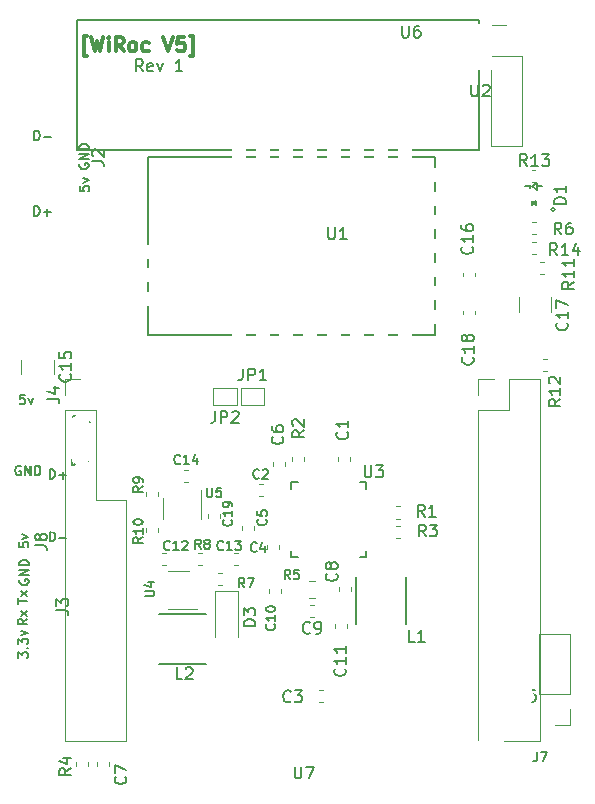
<source format=gto>
G04 #@! TF.GenerationSoftware,KiCad,Pcbnew,5.1.10-88a1d61d58~88~ubuntu20.04.1*
G04 #@! TF.CreationDate,2021-05-10T20:01:03+02:00*
G04 #@! TF.ProjectId,WiRoc_NanoPi_v1,5769526f-635f-44e6-916e-6f50695f7631,rev?*
G04 #@! TF.SameCoordinates,Original*
G04 #@! TF.FileFunction,Legend,Top*
G04 #@! TF.FilePolarity,Positive*
%FSLAX46Y46*%
G04 Gerber Fmt 4.6, Leading zero omitted, Abs format (unit mm)*
G04 Created by KiCad (PCBNEW 5.1.10-88a1d61d58~88~ubuntu20.04.1) date 2021-05-10 20:01:03*
%MOMM*%
%LPD*%
G01*
G04 APERTURE LIST*
%ADD10C,0.200000*%
%ADD11C,0.300000*%
%ADD12C,0.120000*%
%ADD13C,0.150000*%
%ADD14R,0.700000X1.000000*%
%ADD15R,1.400000X1.400000*%
%ADD16O,0.200000X0.700000*%
%ADD17O,0.700000X0.200000*%
%ADD18R,1.000000X0.720000*%
%ADD19O,1.700000X1.700000*%
%ADD20R,1.700000X1.700000*%
%ADD21R,2.800000X1.200000*%
%ADD22R,1.200000X2.800000*%
%ADD23C,2.250000*%
%ADD24C,2.050000*%
%ADD25O,1.500000X1.900000*%
%ADD26R,6.000000X4.000000*%
%ADD27R,1.060000X0.650000*%
%ADD28R,0.650000X1.060000*%
%ADD29R,3.700000X1.100000*%
%ADD30R,1.100000X3.700000*%
%ADD31R,1.200000X0.900000*%
%ADD32O,2.000000X1.500000*%
G04 APERTURE END LIST*
D10*
X58902857Y-50842380D02*
X58569523Y-50366190D01*
X58331428Y-50842380D02*
X58331428Y-49842380D01*
X58712380Y-49842380D01*
X58807619Y-49890000D01*
X58855238Y-49937619D01*
X58902857Y-50032857D01*
X58902857Y-50175714D01*
X58855238Y-50270952D01*
X58807619Y-50318571D01*
X58712380Y-50366190D01*
X58331428Y-50366190D01*
X59712380Y-50794761D02*
X59617142Y-50842380D01*
X59426666Y-50842380D01*
X59331428Y-50794761D01*
X59283809Y-50699523D01*
X59283809Y-50318571D01*
X59331428Y-50223333D01*
X59426666Y-50175714D01*
X59617142Y-50175714D01*
X59712380Y-50223333D01*
X59760000Y-50318571D01*
X59760000Y-50413809D01*
X59283809Y-50509047D01*
X60093333Y-50175714D02*
X60331428Y-50842380D01*
X60569523Y-50175714D01*
X62236190Y-50842380D02*
X61664761Y-50842380D01*
X61950476Y-50842380D02*
X61950476Y-49842380D01*
X61855238Y-49985238D01*
X61760000Y-50080476D01*
X61664761Y-50128095D01*
D11*
X54181342Y-49552457D02*
X53895628Y-49552457D01*
X53895628Y-47838171D01*
X54181342Y-47838171D01*
X54524200Y-47952457D02*
X54809914Y-49152457D01*
X55038485Y-48295314D01*
X55267057Y-49152457D01*
X55552771Y-47952457D01*
X56009914Y-49152457D02*
X56009914Y-48352457D01*
X56009914Y-47952457D02*
X55952771Y-48009600D01*
X56009914Y-48066742D01*
X56067057Y-48009600D01*
X56009914Y-47952457D01*
X56009914Y-48066742D01*
X57267057Y-49152457D02*
X56867057Y-48581028D01*
X56581342Y-49152457D02*
X56581342Y-47952457D01*
X57038485Y-47952457D01*
X57152771Y-48009600D01*
X57209914Y-48066742D01*
X57267057Y-48181028D01*
X57267057Y-48352457D01*
X57209914Y-48466742D01*
X57152771Y-48523885D01*
X57038485Y-48581028D01*
X56581342Y-48581028D01*
X57952771Y-49152457D02*
X57838485Y-49095314D01*
X57781342Y-49038171D01*
X57724200Y-48923885D01*
X57724200Y-48581028D01*
X57781342Y-48466742D01*
X57838485Y-48409600D01*
X57952771Y-48352457D01*
X58124200Y-48352457D01*
X58238485Y-48409600D01*
X58295628Y-48466742D01*
X58352771Y-48581028D01*
X58352771Y-48923885D01*
X58295628Y-49038171D01*
X58238485Y-49095314D01*
X58124200Y-49152457D01*
X57952771Y-49152457D01*
X59381342Y-49095314D02*
X59267057Y-49152457D01*
X59038485Y-49152457D01*
X58924200Y-49095314D01*
X58867057Y-49038171D01*
X58809914Y-48923885D01*
X58809914Y-48581028D01*
X58867057Y-48466742D01*
X58924200Y-48409600D01*
X59038485Y-48352457D01*
X59267057Y-48352457D01*
X59381342Y-48409600D01*
X60638485Y-47952457D02*
X61038485Y-49152457D01*
X61438485Y-47952457D01*
X62409914Y-47952457D02*
X61838485Y-47952457D01*
X61781342Y-48523885D01*
X61838485Y-48466742D01*
X61952771Y-48409600D01*
X62238485Y-48409600D01*
X62352771Y-48466742D01*
X62409914Y-48523885D01*
X62467057Y-48638171D01*
X62467057Y-48923885D01*
X62409914Y-49038171D01*
X62352771Y-49095314D01*
X62238485Y-49152457D01*
X61952771Y-49152457D01*
X61838485Y-49095314D01*
X61781342Y-49038171D01*
X62867057Y-49552457D02*
X63152771Y-49552457D01*
X63152771Y-47838171D01*
X62867057Y-47838171D01*
D12*
X67180000Y-77670000D02*
X69180000Y-77670000D01*
X69180000Y-77670000D02*
X69180000Y-79070000D01*
X69180000Y-79070000D02*
X67180000Y-79070000D01*
X67180000Y-79070000D02*
X67180000Y-77670000D01*
X66840000Y-79060000D02*
X64840000Y-79060000D01*
X64840000Y-79060000D02*
X64840000Y-77660000D01*
X64840000Y-77660000D02*
X66840000Y-77660000D01*
X66840000Y-77660000D02*
X66840000Y-79060000D01*
D13*
X77795200Y-92001400D02*
X77795200Y-91451400D01*
X71445200Y-92001400D02*
X71445200Y-91451400D01*
X71445200Y-85651400D02*
X71445200Y-86201400D01*
X77795200Y-85651400D02*
X77795200Y-86201400D01*
X77795200Y-92001400D02*
X77245200Y-92001400D01*
X77795200Y-85651400D02*
X77245200Y-85651400D01*
X71445200Y-85651400D02*
X71995200Y-85651400D01*
X71445200Y-92001400D02*
X71995200Y-92001400D01*
X91952820Y-61995580D02*
X92152820Y-61845580D01*
X92152820Y-61845580D02*
X92152820Y-62145580D01*
X92152820Y-62145580D02*
X91952820Y-61995580D01*
X91802820Y-61795580D02*
X91802820Y-62195580D01*
X92252820Y-60295580D02*
X91852820Y-60595580D01*
X91852820Y-60595580D02*
X92252820Y-60895580D01*
X92252820Y-60295580D02*
X92252820Y-60895580D01*
X91702820Y-60445580D02*
X91702820Y-60745580D01*
X91652820Y-60595580D02*
X91252820Y-60595580D01*
X92252820Y-60595580D02*
X92702820Y-60595580D01*
X93760934Y-62545580D02*
G75*
G03*
X93760934Y-62545580I-158114J0D01*
G01*
D12*
X57480000Y-87115000D02*
X57480000Y-107535000D01*
X54950000Y-87115000D02*
X57400000Y-87115000D01*
X52280000Y-79535000D02*
X52280000Y-107535000D01*
X54956200Y-79535000D02*
X54956200Y-87115000D01*
X52280000Y-79535000D02*
X54940000Y-79535000D01*
X52280000Y-78265000D02*
X52280000Y-76935000D01*
X52280000Y-76935000D02*
X53610000Y-76935000D01*
X52280000Y-107535000D02*
X57480000Y-107535000D01*
X89890000Y-76935000D02*
X92490000Y-76935000D01*
X87290000Y-79535000D02*
X87290000Y-107535000D01*
X89890000Y-79535000D02*
X89890000Y-76935000D01*
X87290000Y-78265000D02*
X87290000Y-76935000D01*
X92490000Y-76935000D02*
X92490000Y-107535000D01*
X87290000Y-76935000D02*
X88620000Y-76935000D01*
X87290000Y-107535000D02*
X92490000Y-107535000D01*
X87290000Y-79535000D02*
X89890000Y-79535000D01*
D13*
X59350000Y-73135200D02*
X83650000Y-73135200D01*
X83650000Y-73135200D02*
X83650000Y-58135200D01*
X83650000Y-58135200D02*
X59350000Y-58135200D01*
X59350000Y-58135200D02*
X59350000Y-73135200D01*
X87392000Y-46482000D02*
X53356000Y-46482000D01*
X53356000Y-46482000D02*
X53356000Y-57531000D01*
X87392000Y-46482000D02*
X87392000Y-57531000D01*
X87392000Y-57531000D02*
X53356000Y-57531000D01*
D12*
X88348000Y-49530000D02*
X88348000Y-57210000D01*
X88348000Y-57210000D02*
X91008000Y-57210000D01*
X91008000Y-57210000D02*
X91008000Y-49530000D01*
X91008000Y-49530000D02*
X88348000Y-49530000D01*
X88348000Y-48260000D02*
X88348000Y-46930000D01*
X88348000Y-46930000D02*
X89678000Y-46930000D01*
X95096700Y-98460600D02*
X92436700Y-98460600D01*
X95096700Y-103600600D02*
X95096700Y-98460600D01*
X92436700Y-103600600D02*
X92436700Y-98460600D01*
X95096700Y-103600600D02*
X92436700Y-103600600D01*
X95096700Y-104870600D02*
X95096700Y-106200600D01*
X95096700Y-106200600D02*
X93766700Y-106200600D01*
X61029374Y-96397056D02*
X63479374Y-96397056D01*
X62829374Y-93177056D02*
X61029374Y-93177056D01*
X63840720Y-88770170D02*
X63840720Y-86320170D01*
X60620720Y-86970170D02*
X60620720Y-88770170D01*
D13*
X81150000Y-93630000D02*
X81150000Y-97630000D01*
X76950000Y-93630000D02*
X76950000Y-97630000D01*
X60220000Y-100990000D02*
X64220000Y-100990000D01*
X60220000Y-96790000D02*
X64220000Y-96790000D01*
D12*
X69430000Y-90947221D02*
X69430000Y-91272779D01*
X70450000Y-90947221D02*
X70450000Y-91272779D01*
X68300000Y-89387221D02*
X68300000Y-89712779D01*
X67280000Y-89387221D02*
X67280000Y-89712779D01*
X69880000Y-84242779D02*
X69880000Y-83917221D01*
X70900000Y-84242779D02*
X70900000Y-83917221D01*
X55040000Y-109337221D02*
X55040000Y-109662779D01*
X56060000Y-109337221D02*
X56060000Y-109662779D01*
X76500000Y-94832779D02*
X76500000Y-94507221D01*
X75480000Y-94832779D02*
X75480000Y-94507221D01*
X73037221Y-97070000D02*
X73362779Y-97070000D01*
X73037221Y-96050000D02*
X73362779Y-96050000D01*
X69610000Y-95012779D02*
X69610000Y-94687221D01*
X70630000Y-95012779D02*
X70630000Y-94687221D01*
X75150000Y-97942779D02*
X75150000Y-97617221D01*
X76170000Y-97942779D02*
X76170000Y-97617221D01*
X60537221Y-91620000D02*
X60862779Y-91620000D01*
X60537221Y-92640000D02*
X60862779Y-92640000D01*
X66587221Y-92640000D02*
X66912779Y-92640000D01*
X66587221Y-91620000D02*
X66912779Y-91620000D01*
X62722779Y-84600000D02*
X62397221Y-84600000D01*
X62722779Y-85620000D02*
X62397221Y-85620000D01*
X66980000Y-94840000D02*
X66980000Y-98740000D01*
X64980000Y-94840000D02*
X64980000Y-98740000D01*
X66980000Y-94840000D02*
X64980000Y-94840000D01*
X80634479Y-88710400D02*
X80308921Y-88710400D01*
X80634479Y-87690400D02*
X80308921Y-87690400D01*
X71510000Y-83507221D02*
X71510000Y-83832779D01*
X72530000Y-83507221D02*
X72530000Y-83832779D01*
X80646479Y-90349900D02*
X80320921Y-90349900D01*
X80646479Y-89329900D02*
X80320921Y-89329900D01*
X54260000Y-109337221D02*
X54260000Y-109662779D01*
X53240000Y-109337221D02*
X53240000Y-109662779D01*
X73448578Y-94030000D02*
X72931422Y-94030000D01*
X73448578Y-95450000D02*
X72931422Y-95450000D01*
X65230241Y-93291370D02*
X65555799Y-93291370D01*
X65230241Y-94311370D02*
X65555799Y-94311370D01*
X63862779Y-91620000D02*
X63537221Y-91620000D01*
X63862779Y-92640000D02*
X63537221Y-92640000D01*
X60210000Y-86772779D02*
X60210000Y-86447221D01*
X59190000Y-86772779D02*
X59190000Y-86447221D01*
X60210000Y-89822779D02*
X60210000Y-89497221D01*
X59190000Y-89822779D02*
X59190000Y-89497221D01*
X92852779Y-66960000D02*
X92527221Y-66960000D01*
X92852779Y-67980000D02*
X92527221Y-67980000D01*
X93112779Y-75170000D02*
X92787221Y-75170000D01*
X93112779Y-76190000D02*
X92787221Y-76190000D01*
X92130039Y-59233400D02*
X91804481Y-59233400D01*
X92130039Y-60253400D02*
X91804481Y-60253400D01*
X92170679Y-66331620D02*
X91845121Y-66331620D01*
X92170679Y-65311620D02*
X91845121Y-65311620D01*
X48615000Y-75297936D02*
X48615000Y-76502064D01*
X51335000Y-75297936D02*
X51335000Y-76502064D01*
X76400000Y-83832779D02*
X76400000Y-83507221D01*
X75380000Y-83832779D02*
X75380000Y-83507221D01*
X69092779Y-86830000D02*
X68767221Y-86830000D01*
X69092779Y-85810000D02*
X68767221Y-85810000D01*
X74162779Y-103200000D02*
X73837221Y-103200000D01*
X74162779Y-104220000D02*
X73837221Y-104220000D01*
X87020000Y-68212779D02*
X87020000Y-67887221D01*
X86000000Y-68212779D02*
X86000000Y-67887221D01*
X90750000Y-69997936D02*
X90750000Y-71202064D01*
X93470000Y-69997936D02*
X93470000Y-71202064D01*
X86020000Y-71107221D02*
X86020000Y-71432779D01*
X87040000Y-71107221D02*
X87040000Y-71432779D01*
X92160519Y-63589500D02*
X91834961Y-63589500D01*
X92160519Y-64609500D02*
X91834961Y-64609500D01*
X65390000Y-88672779D02*
X65390000Y-88347221D01*
X64370000Y-88672779D02*
X64370000Y-88347221D01*
D13*
X67346666Y-76022380D02*
X67346666Y-76736666D01*
X67299047Y-76879523D01*
X67203809Y-76974761D01*
X67060952Y-77022380D01*
X66965714Y-77022380D01*
X67822857Y-77022380D02*
X67822857Y-76022380D01*
X68203809Y-76022380D01*
X68299047Y-76070000D01*
X68346666Y-76117619D01*
X68394285Y-76212857D01*
X68394285Y-76355714D01*
X68346666Y-76450952D01*
X68299047Y-76498571D01*
X68203809Y-76546190D01*
X67822857Y-76546190D01*
X69346666Y-77022380D02*
X68775238Y-77022380D01*
X69060952Y-77022380D02*
X69060952Y-76022380D01*
X68965714Y-76165238D01*
X68870476Y-76260476D01*
X68775238Y-76308095D01*
X65006666Y-79612380D02*
X65006666Y-80326666D01*
X64959047Y-80469523D01*
X64863809Y-80564761D01*
X64720952Y-80612380D01*
X64625714Y-80612380D01*
X65482857Y-80612380D02*
X65482857Y-79612380D01*
X65863809Y-79612380D01*
X65959047Y-79660000D01*
X66006666Y-79707619D01*
X66054285Y-79802857D01*
X66054285Y-79945714D01*
X66006666Y-80040952D01*
X65959047Y-80088571D01*
X65863809Y-80136190D01*
X65482857Y-80136190D01*
X66435238Y-79707619D02*
X66482857Y-79660000D01*
X66578095Y-79612380D01*
X66816190Y-79612380D01*
X66911428Y-79660000D01*
X66959047Y-79707619D01*
X67006666Y-79802857D01*
X67006666Y-79898095D01*
X66959047Y-80040952D01*
X66387619Y-80612380D01*
X67006666Y-80612380D01*
X77670095Y-84214380D02*
X77670095Y-85023904D01*
X77717714Y-85119142D01*
X77765333Y-85166761D01*
X77860571Y-85214380D01*
X78051047Y-85214380D01*
X78146285Y-85166761D01*
X78193904Y-85119142D01*
X78241523Y-85023904D01*
X78241523Y-84214380D01*
X78622476Y-84214380D02*
X79241523Y-84214380D01*
X78908190Y-84595333D01*
X79051047Y-84595333D01*
X79146285Y-84642952D01*
X79193904Y-84690571D01*
X79241523Y-84785809D01*
X79241523Y-85023904D01*
X79193904Y-85119142D01*
X79146285Y-85166761D01*
X79051047Y-85214380D01*
X78765333Y-85214380D01*
X78670095Y-85166761D01*
X78622476Y-85119142D01*
X94712380Y-62058095D02*
X93712380Y-62058095D01*
X93712380Y-61820000D01*
X93760000Y-61677142D01*
X93855238Y-61581904D01*
X93950476Y-61534285D01*
X94140952Y-61486666D01*
X94283809Y-61486666D01*
X94474285Y-61534285D01*
X94569523Y-61581904D01*
X94664761Y-61677142D01*
X94712380Y-61820000D01*
X94712380Y-62058095D01*
X94712380Y-60534285D02*
X94712380Y-61105714D01*
X94712380Y-60820000D02*
X93712380Y-60820000D01*
X93855238Y-60915238D01*
X93950476Y-61010476D01*
X93998095Y-61105714D01*
X92263333Y-108471904D02*
X92263333Y-109043333D01*
X92225238Y-109157619D01*
X92149047Y-109233809D01*
X92034761Y-109271904D01*
X91958571Y-109271904D01*
X92568095Y-108471904D02*
X93101428Y-108471904D01*
X92758571Y-109271904D01*
X74570895Y-64052180D02*
X74570895Y-64861704D01*
X74618514Y-64956942D01*
X74666133Y-65004561D01*
X74761371Y-65052180D01*
X74951847Y-65052180D01*
X75047085Y-65004561D01*
X75094704Y-64956942D01*
X75142323Y-64861704D01*
X75142323Y-64052180D01*
X76142323Y-65052180D02*
X75570895Y-65052180D01*
X75856609Y-65052180D02*
X75856609Y-64052180D01*
X75761371Y-64195038D01*
X75666133Y-64290276D01*
X75570895Y-64337895D01*
X86683495Y-51973580D02*
X86683495Y-52783104D01*
X86731114Y-52878342D01*
X86778733Y-52925961D01*
X86873971Y-52973580D01*
X87064447Y-52973580D01*
X87159685Y-52925961D01*
X87207304Y-52878342D01*
X87254923Y-52783104D01*
X87254923Y-51973580D01*
X87683495Y-52068819D02*
X87731114Y-52021200D01*
X87826352Y-51973580D01*
X88064447Y-51973580D01*
X88159685Y-52021200D01*
X88207304Y-52068819D01*
X88254923Y-52164057D01*
X88254923Y-52259295D01*
X88207304Y-52402152D01*
X87635876Y-52973580D01*
X88254923Y-52973580D01*
X91147366Y-103205380D02*
X91147366Y-103919666D01*
X91099747Y-104062523D01*
X91004509Y-104157761D01*
X90861652Y-104205380D01*
X90766414Y-104205380D01*
X92052128Y-103205380D02*
X91861652Y-103205380D01*
X91766414Y-103253000D01*
X91718795Y-103300619D01*
X91623557Y-103443476D01*
X91575938Y-103633952D01*
X91575938Y-104014904D01*
X91623557Y-104110142D01*
X91671176Y-104157761D01*
X91766414Y-104205380D01*
X91956890Y-104205380D01*
X92052128Y-104157761D01*
X92099747Y-104110142D01*
X92147366Y-104014904D01*
X92147366Y-103776809D01*
X92099747Y-103681571D01*
X92052128Y-103633952D01*
X91956890Y-103586333D01*
X91766414Y-103586333D01*
X91671176Y-103633952D01*
X91623557Y-103681571D01*
X91575938Y-103776809D01*
X54593180Y-58465133D02*
X55307466Y-58465133D01*
X55450323Y-58512752D01*
X55545561Y-58607990D01*
X55593180Y-58750847D01*
X55593180Y-58846085D01*
X54688419Y-58036561D02*
X54640800Y-57988942D01*
X54593180Y-57893704D01*
X54593180Y-57655609D01*
X54640800Y-57560371D01*
X54688419Y-57512752D01*
X54783657Y-57465133D01*
X54878895Y-57465133D01*
X55021752Y-57512752D01*
X55593180Y-58084180D01*
X55593180Y-57465133D01*
X53534304Y-60582885D02*
X53534304Y-60963838D01*
X53915257Y-61001933D01*
X53877161Y-60963838D01*
X53839066Y-60887647D01*
X53839066Y-60697171D01*
X53877161Y-60620980D01*
X53915257Y-60582885D01*
X53991447Y-60544790D01*
X54181923Y-60544790D01*
X54258114Y-60582885D01*
X54296209Y-60620980D01*
X54334304Y-60697171D01*
X54334304Y-60887647D01*
X54296209Y-60963838D01*
X54258114Y-61001933D01*
X53800971Y-60278123D02*
X54334304Y-60087647D01*
X53800971Y-59897171D01*
X49692938Y-56675004D02*
X49692938Y-55875004D01*
X49883414Y-55875004D01*
X49997700Y-55913100D01*
X50073890Y-55989290D01*
X50111985Y-56065480D01*
X50150080Y-56217861D01*
X50150080Y-56332147D01*
X50111985Y-56484528D01*
X50073890Y-56560719D01*
X49997700Y-56636909D01*
X49883414Y-56675004D01*
X49692938Y-56675004D01*
X50492938Y-56370242D02*
X51102461Y-56370242D01*
X53541000Y-58662523D02*
X53502904Y-58738714D01*
X53502904Y-58853000D01*
X53541000Y-58967285D01*
X53617190Y-59043476D01*
X53693380Y-59081571D01*
X53845761Y-59119666D01*
X53960047Y-59119666D01*
X54112428Y-59081571D01*
X54188619Y-59043476D01*
X54264809Y-58967285D01*
X54302904Y-58853000D01*
X54302904Y-58776809D01*
X54264809Y-58662523D01*
X54226714Y-58624428D01*
X53960047Y-58624428D01*
X53960047Y-58776809D01*
X54302904Y-58281571D02*
X53502904Y-58281571D01*
X54302904Y-57824428D01*
X53502904Y-57824428D01*
X54302904Y-57443476D02*
X53502904Y-57443476D01*
X53502904Y-57253000D01*
X53541000Y-57138714D01*
X53617190Y-57062523D01*
X53693380Y-57024428D01*
X53845761Y-56986333D01*
X53960047Y-56986333D01*
X54112428Y-57024428D01*
X54188619Y-57062523D01*
X54264809Y-57138714D01*
X54302904Y-57253000D01*
X54302904Y-57443476D01*
X49705638Y-63075804D02*
X49705638Y-62275804D01*
X49896114Y-62275804D01*
X50010400Y-62313900D01*
X50086590Y-62390090D01*
X50124685Y-62466280D01*
X50162780Y-62618661D01*
X50162780Y-62732947D01*
X50124685Y-62885328D01*
X50086590Y-62961519D01*
X50010400Y-63037709D01*
X49896114Y-63075804D01*
X49705638Y-63075804D01*
X50505638Y-62771042D02*
X51115161Y-62771042D01*
X50810400Y-63075804D02*
X50810400Y-62466280D01*
X49759680Y-90992633D02*
X50473966Y-90992633D01*
X50616823Y-91040252D01*
X50712061Y-91135490D01*
X50759680Y-91278347D01*
X50759680Y-91373585D01*
X50188252Y-90373585D02*
X50140633Y-90468823D01*
X50093014Y-90516442D01*
X49997776Y-90564061D01*
X49950157Y-90564061D01*
X49854919Y-90516442D01*
X49807300Y-90468823D01*
X49759680Y-90373585D01*
X49759680Y-90183109D01*
X49807300Y-90087871D01*
X49854919Y-90040252D01*
X49950157Y-89992633D01*
X49997776Y-89992633D01*
X50093014Y-90040252D01*
X50140633Y-90087871D01*
X50188252Y-90183109D01*
X50188252Y-90373585D01*
X50235871Y-90468823D01*
X50283490Y-90516442D01*
X50378728Y-90564061D01*
X50569204Y-90564061D01*
X50664442Y-90516442D01*
X50712061Y-90468823D01*
X50759680Y-90373585D01*
X50759680Y-90183109D01*
X50712061Y-90087871D01*
X50664442Y-90040252D01*
X50569204Y-89992633D01*
X50378728Y-89992633D01*
X50283490Y-90040252D01*
X50235871Y-90087871D01*
X50188252Y-90183109D01*
X48408704Y-90735485D02*
X48408704Y-91116438D01*
X48789657Y-91154533D01*
X48751561Y-91116438D01*
X48713466Y-91040247D01*
X48713466Y-90849771D01*
X48751561Y-90773580D01*
X48789657Y-90735485D01*
X48865847Y-90697390D01*
X49056323Y-90697390D01*
X49132514Y-90735485D01*
X49170609Y-90773580D01*
X49208704Y-90849771D01*
X49208704Y-91040247D01*
X49170609Y-91116438D01*
X49132514Y-91154533D01*
X48675371Y-90430723D02*
X49208704Y-90240247D01*
X48675371Y-90049771D01*
X50995238Y-90643204D02*
X50995238Y-89843204D01*
X51185714Y-89843204D01*
X51300000Y-89881300D01*
X51376190Y-89957490D01*
X51414285Y-90033680D01*
X51452380Y-90186061D01*
X51452380Y-90300347D01*
X51414285Y-90452728D01*
X51376190Y-90528919D01*
X51300000Y-90605109D01*
X51185714Y-90643204D01*
X50995238Y-90643204D01*
X51795238Y-90338442D02*
X52404761Y-90338442D01*
X48542076Y-84290300D02*
X48465885Y-84252204D01*
X48351600Y-84252204D01*
X48237314Y-84290300D01*
X48161123Y-84366490D01*
X48123028Y-84442680D01*
X48084933Y-84595061D01*
X48084933Y-84709347D01*
X48123028Y-84861728D01*
X48161123Y-84937919D01*
X48237314Y-85014109D01*
X48351600Y-85052204D01*
X48427790Y-85052204D01*
X48542076Y-85014109D01*
X48580171Y-84976014D01*
X48580171Y-84709347D01*
X48427790Y-84709347D01*
X48923028Y-85052204D02*
X48923028Y-84252204D01*
X49380171Y-85052204D01*
X49380171Y-84252204D01*
X49761123Y-85052204D02*
X49761123Y-84252204D01*
X49951600Y-84252204D01*
X50065885Y-84290300D01*
X50142076Y-84366490D01*
X50180171Y-84442680D01*
X50218266Y-84595061D01*
X50218266Y-84709347D01*
X50180171Y-84861728D01*
X50142076Y-84937919D01*
X50065885Y-85014109D01*
X49951600Y-85052204D01*
X49761123Y-85052204D01*
X50995238Y-85343204D02*
X50995238Y-84543204D01*
X51185714Y-84543204D01*
X51300000Y-84581300D01*
X51376190Y-84657490D01*
X51414285Y-84733680D01*
X51452380Y-84886061D01*
X51452380Y-85000347D01*
X51414285Y-85152728D01*
X51376190Y-85228919D01*
X51300000Y-85305109D01*
X51185714Y-85343204D01*
X50995238Y-85343204D01*
X51795238Y-85038442D02*
X52404761Y-85038442D01*
X52100000Y-85343204D02*
X52100000Y-84733680D01*
X50813780Y-78572033D02*
X51528066Y-78572033D01*
X51670923Y-78619652D01*
X51766161Y-78714890D01*
X51813780Y-78857747D01*
X51813780Y-78952985D01*
X51147114Y-77667271D02*
X51813780Y-77667271D01*
X50766161Y-77905366D02*
X51480447Y-78143461D01*
X51480447Y-77524414D01*
X48884914Y-78232404D02*
X48503961Y-78232404D01*
X48465866Y-78613357D01*
X48503961Y-78575261D01*
X48580152Y-78537166D01*
X48770628Y-78537166D01*
X48846819Y-78575261D01*
X48884914Y-78613357D01*
X48923009Y-78689547D01*
X48923009Y-78880023D01*
X48884914Y-78956214D01*
X48846819Y-78994309D01*
X48770628Y-79032404D01*
X48580152Y-79032404D01*
X48503961Y-78994309D01*
X48465866Y-78956214D01*
X49189676Y-78499071D02*
X49380152Y-79032404D01*
X49570628Y-78499071D01*
X52863238Y-84150504D02*
X52863238Y-83350504D01*
X53053714Y-83350504D01*
X53168000Y-83388600D01*
X53244190Y-83464790D01*
X53282285Y-83540980D01*
X53320380Y-83693361D01*
X53320380Y-83807647D01*
X53282285Y-83960028D01*
X53244190Y-84036219D01*
X53168000Y-84112409D01*
X53053714Y-84150504D01*
X52863238Y-84150504D01*
X53663238Y-83845742D02*
X54272761Y-83845742D01*
X48529376Y-84303000D02*
X48453185Y-84264904D01*
X48338900Y-84264904D01*
X48224614Y-84303000D01*
X48148423Y-84379190D01*
X48110328Y-84455380D01*
X48072233Y-84607761D01*
X48072233Y-84722047D01*
X48110328Y-84874428D01*
X48148423Y-84950619D01*
X48224614Y-85026809D01*
X48338900Y-85064904D01*
X48415090Y-85064904D01*
X48529376Y-85026809D01*
X48567471Y-84988714D01*
X48567471Y-84722047D01*
X48415090Y-84722047D01*
X48910328Y-85064904D02*
X48910328Y-84264904D01*
X49367471Y-85064904D01*
X49367471Y-84264904D01*
X49748423Y-85064904D02*
X49748423Y-84264904D01*
X49938900Y-84264904D01*
X50053185Y-84303000D01*
X50129376Y-84379190D01*
X50167471Y-84455380D01*
X50205566Y-84607761D01*
X50205566Y-84722047D01*
X50167471Y-84874428D01*
X50129376Y-84950619D01*
X50053185Y-85026809D01*
X49938900Y-85064904D01*
X49748423Y-85064904D01*
X52990238Y-80848504D02*
X52990238Y-80048504D01*
X53180714Y-80048504D01*
X53295000Y-80086600D01*
X53371190Y-80162790D01*
X53409285Y-80238980D01*
X53447380Y-80391361D01*
X53447380Y-80505647D01*
X53409285Y-80658028D01*
X53371190Y-80734219D01*
X53295000Y-80810409D01*
X53180714Y-80848504D01*
X52990238Y-80848504D01*
X53790238Y-80543742D02*
X54399761Y-80543742D01*
X54095000Y-80848504D02*
X54095000Y-80238980D01*
X71732295Y-109707780D02*
X71732295Y-110517304D01*
X71779914Y-110612542D01*
X71827533Y-110660161D01*
X71922771Y-110707780D01*
X72113247Y-110707780D01*
X72208485Y-110660161D01*
X72256104Y-110612542D01*
X72303723Y-110517304D01*
X72303723Y-109707780D01*
X72684676Y-109707780D02*
X73351342Y-109707780D01*
X72922771Y-110707780D01*
X80830895Y-46995180D02*
X80830895Y-47804704D01*
X80878514Y-47899942D01*
X80926133Y-47947561D01*
X81021371Y-47995180D01*
X81211847Y-47995180D01*
X81307085Y-47947561D01*
X81354704Y-47899942D01*
X81402323Y-47804704D01*
X81402323Y-46995180D01*
X82307085Y-46995180D02*
X82116609Y-46995180D01*
X82021371Y-47042800D01*
X81973752Y-47090419D01*
X81878514Y-47233276D01*
X81830895Y-47423752D01*
X81830895Y-47804704D01*
X81878514Y-47899942D01*
X81926133Y-47947561D01*
X82021371Y-47995180D01*
X82211847Y-47995180D01*
X82307085Y-47947561D01*
X82354704Y-47899942D01*
X82402323Y-47804704D01*
X82402323Y-47566609D01*
X82354704Y-47471371D01*
X82307085Y-47423752D01*
X82211847Y-47376133D01*
X82021371Y-47376133D01*
X81926133Y-47423752D01*
X81878514Y-47471371D01*
X81830895Y-47566609D01*
X59047424Y-95302493D02*
X59695043Y-95302493D01*
X59771234Y-95264398D01*
X59809329Y-95226303D01*
X59847424Y-95150112D01*
X59847424Y-94997731D01*
X59809329Y-94921541D01*
X59771234Y-94883446D01*
X59695043Y-94845350D01*
X59047424Y-94845350D01*
X59314091Y-94121541D02*
X59847424Y-94121541D01*
X59009329Y-94312017D02*
X59580758Y-94502493D01*
X59580758Y-94007255D01*
X64290476Y-86091904D02*
X64290476Y-86739523D01*
X64328571Y-86815714D01*
X64366666Y-86853809D01*
X64442857Y-86891904D01*
X64595238Y-86891904D01*
X64671428Y-86853809D01*
X64709523Y-86815714D01*
X64747619Y-86739523D01*
X64747619Y-86091904D01*
X65509523Y-86091904D02*
X65128571Y-86091904D01*
X65090476Y-86472857D01*
X65128571Y-86434761D01*
X65204761Y-86396666D01*
X65395238Y-86396666D01*
X65471428Y-86434761D01*
X65509523Y-86472857D01*
X65547619Y-86549047D01*
X65547619Y-86739523D01*
X65509523Y-86815714D01*
X65471428Y-86853809D01*
X65395238Y-86891904D01*
X65204761Y-86891904D01*
X65128571Y-86853809D01*
X65090476Y-86815714D01*
X81893333Y-99152380D02*
X81417142Y-99152380D01*
X81417142Y-98152380D01*
X82750476Y-99152380D02*
X82179047Y-99152380D01*
X82464761Y-99152380D02*
X82464761Y-98152380D01*
X82369523Y-98295238D01*
X82274285Y-98390476D01*
X82179047Y-98438095D01*
X62243333Y-102322380D02*
X61767142Y-102322380D01*
X61767142Y-101322380D01*
X62529047Y-101417619D02*
X62576666Y-101370000D01*
X62671904Y-101322380D01*
X62910000Y-101322380D01*
X63005238Y-101370000D01*
X63052857Y-101417619D01*
X63100476Y-101512857D01*
X63100476Y-101608095D01*
X63052857Y-101750952D01*
X62481428Y-102322380D01*
X63100476Y-102322380D01*
X68516666Y-91465714D02*
X68478571Y-91503809D01*
X68364285Y-91541904D01*
X68288095Y-91541904D01*
X68173809Y-91503809D01*
X68097619Y-91427619D01*
X68059523Y-91351428D01*
X68021428Y-91199047D01*
X68021428Y-91084761D01*
X68059523Y-90932380D01*
X68097619Y-90856190D01*
X68173809Y-90780000D01*
X68288095Y-90741904D01*
X68364285Y-90741904D01*
X68478571Y-90780000D01*
X68516666Y-90818095D01*
X69202380Y-91008571D02*
X69202380Y-91541904D01*
X69011904Y-90703809D02*
X68821428Y-91275238D01*
X69316666Y-91275238D01*
X69285714Y-88793333D02*
X69323809Y-88831428D01*
X69361904Y-88945714D01*
X69361904Y-89021904D01*
X69323809Y-89136190D01*
X69247619Y-89212380D01*
X69171428Y-89250476D01*
X69019047Y-89288571D01*
X68904761Y-89288571D01*
X68752380Y-89250476D01*
X68676190Y-89212380D01*
X68600000Y-89136190D01*
X68561904Y-89021904D01*
X68561904Y-88945714D01*
X68600000Y-88831428D01*
X68638095Y-88793333D01*
X68561904Y-88069523D02*
X68561904Y-88450476D01*
X68942857Y-88488571D01*
X68904761Y-88450476D01*
X68866666Y-88374285D01*
X68866666Y-88183809D01*
X68904761Y-88107619D01*
X68942857Y-88069523D01*
X69019047Y-88031428D01*
X69209523Y-88031428D01*
X69285714Y-88069523D01*
X69323809Y-88107619D01*
X69361904Y-88183809D01*
X69361904Y-88374285D01*
X69323809Y-88450476D01*
X69285714Y-88488571D01*
X70703142Y-81776866D02*
X70750761Y-81824485D01*
X70798380Y-81967342D01*
X70798380Y-82062580D01*
X70750761Y-82205438D01*
X70655523Y-82300676D01*
X70560285Y-82348295D01*
X70369809Y-82395914D01*
X70226952Y-82395914D01*
X70036476Y-82348295D01*
X69941238Y-82300676D01*
X69846000Y-82205438D01*
X69798380Y-82062580D01*
X69798380Y-81967342D01*
X69846000Y-81824485D01*
X69893619Y-81776866D01*
X69798380Y-80919723D02*
X69798380Y-81110200D01*
X69846000Y-81205438D01*
X69893619Y-81253057D01*
X70036476Y-81348295D01*
X70226952Y-81395914D01*
X70607904Y-81395914D01*
X70703142Y-81348295D01*
X70750761Y-81300676D01*
X70798380Y-81205438D01*
X70798380Y-81014961D01*
X70750761Y-80919723D01*
X70703142Y-80872104D01*
X70607904Y-80824485D01*
X70369809Y-80824485D01*
X70274571Y-80872104D01*
X70226952Y-80919723D01*
X70179333Y-81014961D01*
X70179333Y-81205438D01*
X70226952Y-81300676D01*
X70274571Y-81348295D01*
X70369809Y-81395914D01*
X57407142Y-110566666D02*
X57454761Y-110614285D01*
X57502380Y-110757142D01*
X57502380Y-110852380D01*
X57454761Y-110995238D01*
X57359523Y-111090476D01*
X57264285Y-111138095D01*
X57073809Y-111185714D01*
X56930952Y-111185714D01*
X56740476Y-111138095D01*
X56645238Y-111090476D01*
X56550000Y-110995238D01*
X56502380Y-110852380D01*
X56502380Y-110757142D01*
X56550000Y-110614285D01*
X56597619Y-110566666D01*
X56502380Y-110233333D02*
X56502380Y-109566666D01*
X57502380Y-109995238D01*
X75277142Y-93386666D02*
X75324761Y-93434285D01*
X75372380Y-93577142D01*
X75372380Y-93672380D01*
X75324761Y-93815238D01*
X75229523Y-93910476D01*
X75134285Y-93958095D01*
X74943809Y-94005714D01*
X74800952Y-94005714D01*
X74610476Y-93958095D01*
X74515238Y-93910476D01*
X74420000Y-93815238D01*
X74372380Y-93672380D01*
X74372380Y-93577142D01*
X74420000Y-93434285D01*
X74467619Y-93386666D01*
X74800952Y-92815238D02*
X74753333Y-92910476D01*
X74705714Y-92958095D01*
X74610476Y-93005714D01*
X74562857Y-93005714D01*
X74467619Y-92958095D01*
X74420000Y-92910476D01*
X74372380Y-92815238D01*
X74372380Y-92624761D01*
X74420000Y-92529523D01*
X74467619Y-92481904D01*
X74562857Y-92434285D01*
X74610476Y-92434285D01*
X74705714Y-92481904D01*
X74753333Y-92529523D01*
X74800952Y-92624761D01*
X74800952Y-92815238D01*
X74848571Y-92910476D01*
X74896190Y-92958095D01*
X74991428Y-93005714D01*
X75181904Y-93005714D01*
X75277142Y-92958095D01*
X75324761Y-92910476D01*
X75372380Y-92815238D01*
X75372380Y-92624761D01*
X75324761Y-92529523D01*
X75277142Y-92481904D01*
X75181904Y-92434285D01*
X74991428Y-92434285D01*
X74896190Y-92481904D01*
X74848571Y-92529523D01*
X74800952Y-92624761D01*
X73040793Y-98368942D02*
X72993174Y-98416561D01*
X72850317Y-98464180D01*
X72755079Y-98464180D01*
X72612221Y-98416561D01*
X72516983Y-98321323D01*
X72469364Y-98226085D01*
X72421745Y-98035609D01*
X72421745Y-97892752D01*
X72469364Y-97702276D01*
X72516983Y-97607038D01*
X72612221Y-97511800D01*
X72755079Y-97464180D01*
X72850317Y-97464180D01*
X72993174Y-97511800D01*
X73040793Y-97559419D01*
X73516983Y-98464180D02*
X73707460Y-98464180D01*
X73802698Y-98416561D01*
X73850317Y-98368942D01*
X73945555Y-98226085D01*
X73993174Y-98035609D01*
X73993174Y-97654657D01*
X73945555Y-97559419D01*
X73897936Y-97511800D01*
X73802698Y-97464180D01*
X73612221Y-97464180D01*
X73516983Y-97511800D01*
X73469364Y-97559419D01*
X73421745Y-97654657D01*
X73421745Y-97892752D01*
X73469364Y-97987990D01*
X73516983Y-98035609D01*
X73612221Y-98083228D01*
X73802698Y-98083228D01*
X73897936Y-98035609D01*
X73945555Y-97987990D01*
X73993174Y-97892752D01*
X70025714Y-97674285D02*
X70063809Y-97712380D01*
X70101904Y-97826666D01*
X70101904Y-97902857D01*
X70063809Y-98017142D01*
X69987619Y-98093333D01*
X69911428Y-98131428D01*
X69759047Y-98169523D01*
X69644761Y-98169523D01*
X69492380Y-98131428D01*
X69416190Y-98093333D01*
X69340000Y-98017142D01*
X69301904Y-97902857D01*
X69301904Y-97826666D01*
X69340000Y-97712380D01*
X69378095Y-97674285D01*
X70101904Y-96912380D02*
X70101904Y-97369523D01*
X70101904Y-97140952D02*
X69301904Y-97140952D01*
X69416190Y-97217142D01*
X69492380Y-97293333D01*
X69530476Y-97369523D01*
X69301904Y-96417142D02*
X69301904Y-96340952D01*
X69340000Y-96264761D01*
X69378095Y-96226666D01*
X69454285Y-96188571D01*
X69606666Y-96150476D01*
X69797142Y-96150476D01*
X69949523Y-96188571D01*
X70025714Y-96226666D01*
X70063809Y-96264761D01*
X70101904Y-96340952D01*
X70101904Y-96417142D01*
X70063809Y-96493333D01*
X70025714Y-96531428D01*
X69949523Y-96569523D01*
X69797142Y-96607619D01*
X69606666Y-96607619D01*
X69454285Y-96569523D01*
X69378095Y-96531428D01*
X69340000Y-96493333D01*
X69301904Y-96417142D01*
X75987142Y-101412857D02*
X76034761Y-101460476D01*
X76082380Y-101603333D01*
X76082380Y-101698571D01*
X76034761Y-101841428D01*
X75939523Y-101936666D01*
X75844285Y-101984285D01*
X75653809Y-102031904D01*
X75510952Y-102031904D01*
X75320476Y-101984285D01*
X75225238Y-101936666D01*
X75130000Y-101841428D01*
X75082380Y-101698571D01*
X75082380Y-101603333D01*
X75130000Y-101460476D01*
X75177619Y-101412857D01*
X76082380Y-100460476D02*
X76082380Y-101031904D01*
X76082380Y-100746190D02*
X75082380Y-100746190D01*
X75225238Y-100841428D01*
X75320476Y-100936666D01*
X75368095Y-101031904D01*
X76082380Y-99508095D02*
X76082380Y-100079523D01*
X76082380Y-99793809D02*
X75082380Y-99793809D01*
X75225238Y-99889047D01*
X75320476Y-99984285D01*
X75368095Y-100079523D01*
X61165714Y-91305714D02*
X61127619Y-91343809D01*
X61013333Y-91381904D01*
X60937142Y-91381904D01*
X60822857Y-91343809D01*
X60746666Y-91267619D01*
X60708571Y-91191428D01*
X60670476Y-91039047D01*
X60670476Y-90924761D01*
X60708571Y-90772380D01*
X60746666Y-90696190D01*
X60822857Y-90620000D01*
X60937142Y-90581904D01*
X61013333Y-90581904D01*
X61127619Y-90620000D01*
X61165714Y-90658095D01*
X61927619Y-91381904D02*
X61470476Y-91381904D01*
X61699047Y-91381904D02*
X61699047Y-90581904D01*
X61622857Y-90696190D01*
X61546666Y-90772380D01*
X61470476Y-90810476D01*
X62232380Y-90658095D02*
X62270476Y-90620000D01*
X62346666Y-90581904D01*
X62537142Y-90581904D01*
X62613333Y-90620000D01*
X62651428Y-90658095D01*
X62689523Y-90734285D01*
X62689523Y-90810476D01*
X62651428Y-90924761D01*
X62194285Y-91381904D01*
X62689523Y-91381904D01*
X65675714Y-91305714D02*
X65637619Y-91343809D01*
X65523333Y-91381904D01*
X65447142Y-91381904D01*
X65332857Y-91343809D01*
X65256666Y-91267619D01*
X65218571Y-91191428D01*
X65180476Y-91039047D01*
X65180476Y-90924761D01*
X65218571Y-90772380D01*
X65256666Y-90696190D01*
X65332857Y-90620000D01*
X65447142Y-90581904D01*
X65523333Y-90581904D01*
X65637619Y-90620000D01*
X65675714Y-90658095D01*
X66437619Y-91381904D02*
X65980476Y-91381904D01*
X66209047Y-91381904D02*
X66209047Y-90581904D01*
X66132857Y-90696190D01*
X66056666Y-90772380D01*
X65980476Y-90810476D01*
X66704285Y-90581904D02*
X67199523Y-90581904D01*
X66932857Y-90886666D01*
X67047142Y-90886666D01*
X67123333Y-90924761D01*
X67161428Y-90962857D01*
X67199523Y-91039047D01*
X67199523Y-91229523D01*
X67161428Y-91305714D01*
X67123333Y-91343809D01*
X67047142Y-91381904D01*
X66818571Y-91381904D01*
X66742380Y-91343809D01*
X66704285Y-91305714D01*
X62035714Y-84025714D02*
X61997619Y-84063809D01*
X61883333Y-84101904D01*
X61807142Y-84101904D01*
X61692857Y-84063809D01*
X61616666Y-83987619D01*
X61578571Y-83911428D01*
X61540476Y-83759047D01*
X61540476Y-83644761D01*
X61578571Y-83492380D01*
X61616666Y-83416190D01*
X61692857Y-83340000D01*
X61807142Y-83301904D01*
X61883333Y-83301904D01*
X61997619Y-83340000D01*
X62035714Y-83378095D01*
X62797619Y-84101904D02*
X62340476Y-84101904D01*
X62569047Y-84101904D02*
X62569047Y-83301904D01*
X62492857Y-83416190D01*
X62416666Y-83492380D01*
X62340476Y-83530476D01*
X63483333Y-83568571D02*
X63483333Y-84101904D01*
X63292857Y-83263809D02*
X63102380Y-83835238D01*
X63597619Y-83835238D01*
X68426740Y-97826375D02*
X67426740Y-97826375D01*
X67426740Y-97588280D01*
X67474360Y-97445422D01*
X67569598Y-97350184D01*
X67664836Y-97302565D01*
X67855312Y-97254946D01*
X67998169Y-97254946D01*
X68188645Y-97302565D01*
X68283883Y-97350184D01*
X68379121Y-97445422D01*
X68426740Y-97588280D01*
X68426740Y-97826375D01*
X67426740Y-96921613D02*
X67426740Y-96302565D01*
X67807693Y-96635899D01*
X67807693Y-96493041D01*
X67855312Y-96397803D01*
X67902931Y-96350184D01*
X67998169Y-96302565D01*
X68236264Y-96302565D01*
X68331502Y-96350184D01*
X68379121Y-96397803D01*
X68426740Y-96493041D01*
X68426740Y-96778756D01*
X68379121Y-96873994D01*
X68331502Y-96921613D01*
X82742533Y-88547780D02*
X82409200Y-88071590D01*
X82171104Y-88547780D02*
X82171104Y-87547780D01*
X82552057Y-87547780D01*
X82647295Y-87595400D01*
X82694914Y-87643019D01*
X82742533Y-87738257D01*
X82742533Y-87881114D01*
X82694914Y-87976352D01*
X82647295Y-88023971D01*
X82552057Y-88071590D01*
X82171104Y-88071590D01*
X83694914Y-88547780D02*
X83123485Y-88547780D01*
X83409200Y-88547780D02*
X83409200Y-87547780D01*
X83313961Y-87690638D01*
X83218723Y-87785876D01*
X83123485Y-87833495D01*
X72547680Y-81255166D02*
X72071490Y-81588500D01*
X72547680Y-81826595D02*
X71547680Y-81826595D01*
X71547680Y-81445642D01*
X71595300Y-81350404D01*
X71642919Y-81302785D01*
X71738157Y-81255166D01*
X71881014Y-81255166D01*
X71976252Y-81302785D01*
X72023871Y-81350404D01*
X72071490Y-81445642D01*
X72071490Y-81826595D01*
X71642919Y-80874214D02*
X71595300Y-80826595D01*
X71547680Y-80731357D01*
X71547680Y-80493261D01*
X71595300Y-80398023D01*
X71642919Y-80350404D01*
X71738157Y-80302785D01*
X71833395Y-80302785D01*
X71976252Y-80350404D01*
X72547680Y-80921833D01*
X72547680Y-80302785D01*
X82844133Y-90224180D02*
X82510800Y-89747990D01*
X82272704Y-90224180D02*
X82272704Y-89224180D01*
X82653657Y-89224180D01*
X82748895Y-89271800D01*
X82796514Y-89319419D01*
X82844133Y-89414657D01*
X82844133Y-89557514D01*
X82796514Y-89652752D01*
X82748895Y-89700371D01*
X82653657Y-89747990D01*
X82272704Y-89747990D01*
X83177466Y-89224180D02*
X83796514Y-89224180D01*
X83463180Y-89605133D01*
X83606038Y-89605133D01*
X83701276Y-89652752D01*
X83748895Y-89700371D01*
X83796514Y-89795609D01*
X83796514Y-90033704D01*
X83748895Y-90128942D01*
X83701276Y-90176561D01*
X83606038Y-90224180D01*
X83320323Y-90224180D01*
X83225085Y-90176561D01*
X83177466Y-90128942D01*
X52802380Y-109866666D02*
X52326190Y-110200000D01*
X52802380Y-110438095D02*
X51802380Y-110438095D01*
X51802380Y-110057142D01*
X51850000Y-109961904D01*
X51897619Y-109914285D01*
X51992857Y-109866666D01*
X52135714Y-109866666D01*
X52230952Y-109914285D01*
X52278571Y-109961904D01*
X52326190Y-110057142D01*
X52326190Y-110438095D01*
X52135714Y-109009523D02*
X52802380Y-109009523D01*
X51754761Y-109247619D02*
X52469047Y-109485714D01*
X52469047Y-108866666D01*
X71346666Y-93861904D02*
X71080000Y-93480952D01*
X70889523Y-93861904D02*
X70889523Y-93061904D01*
X71194285Y-93061904D01*
X71270476Y-93100000D01*
X71308571Y-93138095D01*
X71346666Y-93214285D01*
X71346666Y-93328571D01*
X71308571Y-93404761D01*
X71270476Y-93442857D01*
X71194285Y-93480952D01*
X70889523Y-93480952D01*
X72070476Y-93061904D02*
X71689523Y-93061904D01*
X71651428Y-93442857D01*
X71689523Y-93404761D01*
X71765714Y-93366666D01*
X71956190Y-93366666D01*
X72032380Y-93404761D01*
X72070476Y-93442857D01*
X72108571Y-93519047D01*
X72108571Y-93709523D01*
X72070476Y-93785714D01*
X72032380Y-93823809D01*
X71956190Y-93861904D01*
X71765714Y-93861904D01*
X71689523Y-93823809D01*
X71651428Y-93785714D01*
X67496666Y-94551904D02*
X67230000Y-94170952D01*
X67039523Y-94551904D02*
X67039523Y-93751904D01*
X67344285Y-93751904D01*
X67420476Y-93790000D01*
X67458571Y-93828095D01*
X67496666Y-93904285D01*
X67496666Y-94018571D01*
X67458571Y-94094761D01*
X67420476Y-94132857D01*
X67344285Y-94170952D01*
X67039523Y-94170952D01*
X67763333Y-93751904D02*
X68296666Y-93751904D01*
X67953809Y-94551904D01*
X63786666Y-91291904D02*
X63520000Y-90910952D01*
X63329523Y-91291904D02*
X63329523Y-90491904D01*
X63634285Y-90491904D01*
X63710476Y-90530000D01*
X63748571Y-90568095D01*
X63786666Y-90644285D01*
X63786666Y-90758571D01*
X63748571Y-90834761D01*
X63710476Y-90872857D01*
X63634285Y-90910952D01*
X63329523Y-90910952D01*
X64243809Y-90834761D02*
X64167619Y-90796666D01*
X64129523Y-90758571D01*
X64091428Y-90682380D01*
X64091428Y-90644285D01*
X64129523Y-90568095D01*
X64167619Y-90530000D01*
X64243809Y-90491904D01*
X64396190Y-90491904D01*
X64472380Y-90530000D01*
X64510476Y-90568095D01*
X64548571Y-90644285D01*
X64548571Y-90682380D01*
X64510476Y-90758571D01*
X64472380Y-90796666D01*
X64396190Y-90834761D01*
X64243809Y-90834761D01*
X64167619Y-90872857D01*
X64129523Y-90910952D01*
X64091428Y-90987142D01*
X64091428Y-91139523D01*
X64129523Y-91215714D01*
X64167619Y-91253809D01*
X64243809Y-91291904D01*
X64396190Y-91291904D01*
X64472380Y-91253809D01*
X64510476Y-91215714D01*
X64548571Y-91139523D01*
X64548571Y-90987142D01*
X64510476Y-90910952D01*
X64472380Y-90872857D01*
X64396190Y-90834761D01*
X58871904Y-85993333D02*
X58490952Y-86260000D01*
X58871904Y-86450476D02*
X58071904Y-86450476D01*
X58071904Y-86145714D01*
X58110000Y-86069523D01*
X58148095Y-86031428D01*
X58224285Y-85993333D01*
X58338571Y-85993333D01*
X58414761Y-86031428D01*
X58452857Y-86069523D01*
X58490952Y-86145714D01*
X58490952Y-86450476D01*
X58871904Y-85612380D02*
X58871904Y-85460000D01*
X58833809Y-85383809D01*
X58795714Y-85345714D01*
X58681428Y-85269523D01*
X58529047Y-85231428D01*
X58224285Y-85231428D01*
X58148095Y-85269523D01*
X58110000Y-85307619D01*
X58071904Y-85383809D01*
X58071904Y-85536190D01*
X58110000Y-85612380D01*
X58148095Y-85650476D01*
X58224285Y-85688571D01*
X58414761Y-85688571D01*
X58490952Y-85650476D01*
X58529047Y-85612380D01*
X58567142Y-85536190D01*
X58567142Y-85383809D01*
X58529047Y-85307619D01*
X58490952Y-85269523D01*
X58414761Y-85231428D01*
X58881904Y-90304285D02*
X58500952Y-90570952D01*
X58881904Y-90761428D02*
X58081904Y-90761428D01*
X58081904Y-90456666D01*
X58120000Y-90380476D01*
X58158095Y-90342380D01*
X58234285Y-90304285D01*
X58348571Y-90304285D01*
X58424761Y-90342380D01*
X58462857Y-90380476D01*
X58500952Y-90456666D01*
X58500952Y-90761428D01*
X58881904Y-89542380D02*
X58881904Y-89999523D01*
X58881904Y-89770952D02*
X58081904Y-89770952D01*
X58196190Y-89847142D01*
X58272380Y-89923333D01*
X58310476Y-89999523D01*
X58081904Y-89047142D02*
X58081904Y-88970952D01*
X58120000Y-88894761D01*
X58158095Y-88856666D01*
X58234285Y-88818571D01*
X58386666Y-88780476D01*
X58577142Y-88780476D01*
X58729523Y-88818571D01*
X58805714Y-88856666D01*
X58843809Y-88894761D01*
X58881904Y-88970952D01*
X58881904Y-89047142D01*
X58843809Y-89123333D01*
X58805714Y-89161428D01*
X58729523Y-89199523D01*
X58577142Y-89237619D01*
X58386666Y-89237619D01*
X58234285Y-89199523D01*
X58158095Y-89161428D01*
X58120000Y-89123333D01*
X58081904Y-89047142D01*
X95402380Y-68672857D02*
X94926190Y-69006190D01*
X95402380Y-69244285D02*
X94402380Y-69244285D01*
X94402380Y-68863333D01*
X94450000Y-68768095D01*
X94497619Y-68720476D01*
X94592857Y-68672857D01*
X94735714Y-68672857D01*
X94830952Y-68720476D01*
X94878571Y-68768095D01*
X94926190Y-68863333D01*
X94926190Y-69244285D01*
X95402380Y-67720476D02*
X95402380Y-68291904D01*
X95402380Y-68006190D02*
X94402380Y-68006190D01*
X94545238Y-68101428D01*
X94640476Y-68196666D01*
X94688095Y-68291904D01*
X95402380Y-66768095D02*
X95402380Y-67339523D01*
X95402380Y-67053809D02*
X94402380Y-67053809D01*
X94545238Y-67149047D01*
X94640476Y-67244285D01*
X94688095Y-67339523D01*
X94252380Y-78592857D02*
X93776190Y-78926190D01*
X94252380Y-79164285D02*
X93252380Y-79164285D01*
X93252380Y-78783333D01*
X93300000Y-78688095D01*
X93347619Y-78640476D01*
X93442857Y-78592857D01*
X93585714Y-78592857D01*
X93680952Y-78640476D01*
X93728571Y-78688095D01*
X93776190Y-78783333D01*
X93776190Y-79164285D01*
X94252380Y-77640476D02*
X94252380Y-78211904D01*
X94252380Y-77926190D02*
X93252380Y-77926190D01*
X93395238Y-78021428D01*
X93490476Y-78116666D01*
X93538095Y-78211904D01*
X93347619Y-77259523D02*
X93300000Y-77211904D01*
X93252380Y-77116666D01*
X93252380Y-76878571D01*
X93300000Y-76783333D01*
X93347619Y-76735714D01*
X93442857Y-76688095D01*
X93538095Y-76688095D01*
X93680952Y-76735714D01*
X94252380Y-77307142D01*
X94252380Y-76688095D01*
X91397142Y-58872380D02*
X91063809Y-58396190D01*
X90825714Y-58872380D02*
X90825714Y-57872380D01*
X91206666Y-57872380D01*
X91301904Y-57920000D01*
X91349523Y-57967619D01*
X91397142Y-58062857D01*
X91397142Y-58205714D01*
X91349523Y-58300952D01*
X91301904Y-58348571D01*
X91206666Y-58396190D01*
X90825714Y-58396190D01*
X92349523Y-58872380D02*
X91778095Y-58872380D01*
X92063809Y-58872380D02*
X92063809Y-57872380D01*
X91968571Y-58015238D01*
X91873333Y-58110476D01*
X91778095Y-58158095D01*
X92682857Y-57872380D02*
X93301904Y-57872380D01*
X92968571Y-58253333D01*
X93111428Y-58253333D01*
X93206666Y-58300952D01*
X93254285Y-58348571D01*
X93301904Y-58443809D01*
X93301904Y-58681904D01*
X93254285Y-58777142D01*
X93206666Y-58824761D01*
X93111428Y-58872380D01*
X92825714Y-58872380D01*
X92730476Y-58824761D01*
X92682857Y-58777142D01*
X93957142Y-66422380D02*
X93623809Y-65946190D01*
X93385714Y-66422380D02*
X93385714Y-65422380D01*
X93766666Y-65422380D01*
X93861904Y-65470000D01*
X93909523Y-65517619D01*
X93957142Y-65612857D01*
X93957142Y-65755714D01*
X93909523Y-65850952D01*
X93861904Y-65898571D01*
X93766666Y-65946190D01*
X93385714Y-65946190D01*
X94909523Y-66422380D02*
X94338095Y-66422380D01*
X94623809Y-66422380D02*
X94623809Y-65422380D01*
X94528571Y-65565238D01*
X94433333Y-65660476D01*
X94338095Y-65708095D01*
X95766666Y-65755714D02*
X95766666Y-66422380D01*
X95528571Y-65374761D02*
X95290476Y-66089047D01*
X95909523Y-66089047D01*
X52737142Y-76492857D02*
X52784761Y-76540476D01*
X52832380Y-76683333D01*
X52832380Y-76778571D01*
X52784761Y-76921428D01*
X52689523Y-77016666D01*
X52594285Y-77064285D01*
X52403809Y-77111904D01*
X52260952Y-77111904D01*
X52070476Y-77064285D01*
X51975238Y-77016666D01*
X51880000Y-76921428D01*
X51832380Y-76778571D01*
X51832380Y-76683333D01*
X51880000Y-76540476D01*
X51927619Y-76492857D01*
X52832380Y-75540476D02*
X52832380Y-76111904D01*
X52832380Y-75826190D02*
X51832380Y-75826190D01*
X51975238Y-75921428D01*
X52070476Y-76016666D01*
X52118095Y-76111904D01*
X51832380Y-74635714D02*
X51832380Y-75111904D01*
X52308571Y-75159523D01*
X52260952Y-75111904D01*
X52213333Y-75016666D01*
X52213333Y-74778571D01*
X52260952Y-74683333D01*
X52308571Y-74635714D01*
X52403809Y-74588095D01*
X52641904Y-74588095D01*
X52737142Y-74635714D01*
X52784761Y-74683333D01*
X52832380Y-74778571D01*
X52832380Y-75016666D01*
X52784761Y-75111904D01*
X52737142Y-75159523D01*
X76182742Y-81382866D02*
X76230361Y-81430485D01*
X76277980Y-81573342D01*
X76277980Y-81668580D01*
X76230361Y-81811438D01*
X76135123Y-81906676D01*
X76039885Y-81954295D01*
X75849409Y-82001914D01*
X75706552Y-82001914D01*
X75516076Y-81954295D01*
X75420838Y-81906676D01*
X75325600Y-81811438D01*
X75277980Y-81668580D01*
X75277980Y-81573342D01*
X75325600Y-81430485D01*
X75373219Y-81382866D01*
X76277980Y-80430485D02*
X76277980Y-81001914D01*
X76277980Y-80716200D02*
X75277980Y-80716200D01*
X75420838Y-80811438D01*
X75516076Y-80906676D01*
X75563695Y-81001914D01*
X68726666Y-85255714D02*
X68688571Y-85293809D01*
X68574285Y-85331904D01*
X68498095Y-85331904D01*
X68383809Y-85293809D01*
X68307619Y-85217619D01*
X68269523Y-85141428D01*
X68231428Y-84989047D01*
X68231428Y-84874761D01*
X68269523Y-84722380D01*
X68307619Y-84646190D01*
X68383809Y-84570000D01*
X68498095Y-84531904D01*
X68574285Y-84531904D01*
X68688571Y-84570000D01*
X68726666Y-84608095D01*
X69031428Y-84608095D02*
X69069523Y-84570000D01*
X69145714Y-84531904D01*
X69336190Y-84531904D01*
X69412380Y-84570000D01*
X69450476Y-84608095D01*
X69488571Y-84684285D01*
X69488571Y-84760476D01*
X69450476Y-84874761D01*
X68993333Y-85331904D01*
X69488571Y-85331904D01*
X71403333Y-104177142D02*
X71355714Y-104224761D01*
X71212857Y-104272380D01*
X71117619Y-104272380D01*
X70974761Y-104224761D01*
X70879523Y-104129523D01*
X70831904Y-104034285D01*
X70784285Y-103843809D01*
X70784285Y-103700952D01*
X70831904Y-103510476D01*
X70879523Y-103415238D01*
X70974761Y-103320000D01*
X71117619Y-103272380D01*
X71212857Y-103272380D01*
X71355714Y-103320000D01*
X71403333Y-103367619D01*
X71736666Y-103272380D02*
X72355714Y-103272380D01*
X72022380Y-103653333D01*
X72165238Y-103653333D01*
X72260476Y-103700952D01*
X72308095Y-103748571D01*
X72355714Y-103843809D01*
X72355714Y-104081904D01*
X72308095Y-104177142D01*
X72260476Y-104224761D01*
X72165238Y-104272380D01*
X71879523Y-104272380D01*
X71784285Y-104224761D01*
X71736666Y-104177142D01*
X51575780Y-96491733D02*
X52290066Y-96491733D01*
X52432923Y-96539352D01*
X52528161Y-96634590D01*
X52575780Y-96777447D01*
X52575780Y-96872685D01*
X51575780Y-96110780D02*
X51575780Y-95491733D01*
X51956733Y-95825066D01*
X51956733Y-95682209D01*
X52004352Y-95586971D01*
X52051971Y-95539352D01*
X52147209Y-95491733D01*
X52385304Y-95491733D01*
X52480542Y-95539352D01*
X52528161Y-95586971D01*
X52575780Y-95682209D01*
X52575780Y-95967923D01*
X52528161Y-96063161D01*
X52480542Y-96110780D01*
X48319804Y-95936080D02*
X48319804Y-95478938D01*
X49119804Y-95707509D02*
X48319804Y-95707509D01*
X49119804Y-95288461D02*
X48586471Y-94869414D01*
X48586471Y-95288461D02*
X49119804Y-94869414D01*
X48472200Y-93885023D02*
X48434104Y-93961214D01*
X48434104Y-94075500D01*
X48472200Y-94189785D01*
X48548390Y-94265976D01*
X48624580Y-94304071D01*
X48776961Y-94342166D01*
X48891247Y-94342166D01*
X49043628Y-94304071D01*
X49119819Y-94265976D01*
X49196009Y-94189785D01*
X49234104Y-94075500D01*
X49234104Y-93999309D01*
X49196009Y-93885023D01*
X49157914Y-93846928D01*
X48891247Y-93846928D01*
X48891247Y-93999309D01*
X49234104Y-93504071D02*
X48434104Y-93504071D01*
X49234104Y-93046928D01*
X48434104Y-93046928D01*
X49234104Y-92665976D02*
X48434104Y-92665976D01*
X48434104Y-92475500D01*
X48472200Y-92361214D01*
X48548390Y-92285023D01*
X48624580Y-92246928D01*
X48776961Y-92208833D01*
X48891247Y-92208833D01*
X49043628Y-92246928D01*
X49119819Y-92285023D01*
X49196009Y-92361214D01*
X49234104Y-92475500D01*
X49234104Y-92665976D01*
X49107104Y-97199790D02*
X48726152Y-97466457D01*
X49107104Y-97656933D02*
X48307104Y-97656933D01*
X48307104Y-97352171D01*
X48345200Y-97275980D01*
X48383295Y-97237885D01*
X48459485Y-97199790D01*
X48573771Y-97199790D01*
X48649961Y-97237885D01*
X48688057Y-97275980D01*
X48726152Y-97352171D01*
X48726152Y-97656933D01*
X49107104Y-96933123D02*
X48573771Y-96514076D01*
X48573771Y-96933123D02*
X49107104Y-96514076D01*
X48332504Y-100514357D02*
X48332504Y-100019119D01*
X48637266Y-100285785D01*
X48637266Y-100171500D01*
X48675361Y-100095309D01*
X48713457Y-100057214D01*
X48789647Y-100019119D01*
X48980123Y-100019119D01*
X49056314Y-100057214D01*
X49094409Y-100095309D01*
X49132504Y-100171500D01*
X49132504Y-100400071D01*
X49094409Y-100476261D01*
X49056314Y-100514357D01*
X49056314Y-99676261D02*
X49094409Y-99638166D01*
X49132504Y-99676261D01*
X49094409Y-99714357D01*
X49056314Y-99676261D01*
X49132504Y-99676261D01*
X48332504Y-99371500D02*
X48332504Y-98876261D01*
X48637266Y-99142928D01*
X48637266Y-99028642D01*
X48675361Y-98952452D01*
X48713457Y-98914357D01*
X48789647Y-98876261D01*
X48980123Y-98876261D01*
X49056314Y-98914357D01*
X49094409Y-98952452D01*
X49132504Y-99028642D01*
X49132504Y-99257214D01*
X49094409Y-99333404D01*
X49056314Y-99371500D01*
X48599171Y-98609595D02*
X49132504Y-98419119D01*
X48599171Y-98228642D01*
X86757142Y-65692857D02*
X86804761Y-65740476D01*
X86852380Y-65883333D01*
X86852380Y-65978571D01*
X86804761Y-66121428D01*
X86709523Y-66216666D01*
X86614285Y-66264285D01*
X86423809Y-66311904D01*
X86280952Y-66311904D01*
X86090476Y-66264285D01*
X85995238Y-66216666D01*
X85900000Y-66121428D01*
X85852380Y-65978571D01*
X85852380Y-65883333D01*
X85900000Y-65740476D01*
X85947619Y-65692857D01*
X86852380Y-64740476D02*
X86852380Y-65311904D01*
X86852380Y-65026190D02*
X85852380Y-65026190D01*
X85995238Y-65121428D01*
X86090476Y-65216666D01*
X86138095Y-65311904D01*
X85852380Y-63883333D02*
X85852380Y-64073809D01*
X85900000Y-64169047D01*
X85947619Y-64216666D01*
X86090476Y-64311904D01*
X86280952Y-64359523D01*
X86661904Y-64359523D01*
X86757142Y-64311904D01*
X86804761Y-64264285D01*
X86852380Y-64169047D01*
X86852380Y-63978571D01*
X86804761Y-63883333D01*
X86757142Y-63835714D01*
X86661904Y-63788095D01*
X86423809Y-63788095D01*
X86328571Y-63835714D01*
X86280952Y-63883333D01*
X86233333Y-63978571D01*
X86233333Y-64169047D01*
X86280952Y-64264285D01*
X86328571Y-64311904D01*
X86423809Y-64359523D01*
X94797142Y-72142857D02*
X94844761Y-72190476D01*
X94892380Y-72333333D01*
X94892380Y-72428571D01*
X94844761Y-72571428D01*
X94749523Y-72666666D01*
X94654285Y-72714285D01*
X94463809Y-72761904D01*
X94320952Y-72761904D01*
X94130476Y-72714285D01*
X94035238Y-72666666D01*
X93940000Y-72571428D01*
X93892380Y-72428571D01*
X93892380Y-72333333D01*
X93940000Y-72190476D01*
X93987619Y-72142857D01*
X94892380Y-71190476D02*
X94892380Y-71761904D01*
X94892380Y-71476190D02*
X93892380Y-71476190D01*
X94035238Y-71571428D01*
X94130476Y-71666666D01*
X94178095Y-71761904D01*
X93892380Y-70857142D02*
X93892380Y-70190476D01*
X94892380Y-70619047D01*
X86807142Y-75052857D02*
X86854761Y-75100476D01*
X86902380Y-75243333D01*
X86902380Y-75338571D01*
X86854761Y-75481428D01*
X86759523Y-75576666D01*
X86664285Y-75624285D01*
X86473809Y-75671904D01*
X86330952Y-75671904D01*
X86140476Y-75624285D01*
X86045238Y-75576666D01*
X85950000Y-75481428D01*
X85902380Y-75338571D01*
X85902380Y-75243333D01*
X85950000Y-75100476D01*
X85997619Y-75052857D01*
X86902380Y-74100476D02*
X86902380Y-74671904D01*
X86902380Y-74386190D02*
X85902380Y-74386190D01*
X86045238Y-74481428D01*
X86140476Y-74576666D01*
X86188095Y-74671904D01*
X86330952Y-73529047D02*
X86283333Y-73624285D01*
X86235714Y-73671904D01*
X86140476Y-73719523D01*
X86092857Y-73719523D01*
X85997619Y-73671904D01*
X85950000Y-73624285D01*
X85902380Y-73529047D01*
X85902380Y-73338571D01*
X85950000Y-73243333D01*
X85997619Y-73195714D01*
X86092857Y-73148095D01*
X86140476Y-73148095D01*
X86235714Y-73195714D01*
X86283333Y-73243333D01*
X86330952Y-73338571D01*
X86330952Y-73529047D01*
X86378571Y-73624285D01*
X86426190Y-73671904D01*
X86521428Y-73719523D01*
X86711904Y-73719523D01*
X86807142Y-73671904D01*
X86854761Y-73624285D01*
X86902380Y-73529047D01*
X86902380Y-73338571D01*
X86854761Y-73243333D01*
X86807142Y-73195714D01*
X86711904Y-73148095D01*
X86521428Y-73148095D01*
X86426190Y-73195714D01*
X86378571Y-73243333D01*
X86330952Y-73338571D01*
X94323333Y-64652380D02*
X93990000Y-64176190D01*
X93751904Y-64652380D02*
X93751904Y-63652380D01*
X94132857Y-63652380D01*
X94228095Y-63700000D01*
X94275714Y-63747619D01*
X94323333Y-63842857D01*
X94323333Y-63985714D01*
X94275714Y-64080952D01*
X94228095Y-64128571D01*
X94132857Y-64176190D01*
X93751904Y-64176190D01*
X95180476Y-63652380D02*
X94990000Y-63652380D01*
X94894761Y-63700000D01*
X94847142Y-63747619D01*
X94751904Y-63890476D01*
X94704285Y-64080952D01*
X94704285Y-64461904D01*
X94751904Y-64557142D01*
X94799523Y-64604761D01*
X94894761Y-64652380D01*
X95085238Y-64652380D01*
X95180476Y-64604761D01*
X95228095Y-64557142D01*
X95275714Y-64461904D01*
X95275714Y-64223809D01*
X95228095Y-64128571D01*
X95180476Y-64080952D01*
X95085238Y-64033333D01*
X94894761Y-64033333D01*
X94799523Y-64080952D01*
X94751904Y-64128571D01*
X94704285Y-64223809D01*
X66375714Y-88814285D02*
X66413809Y-88852380D01*
X66451904Y-88966666D01*
X66451904Y-89042857D01*
X66413809Y-89157142D01*
X66337619Y-89233333D01*
X66261428Y-89271428D01*
X66109047Y-89309523D01*
X65994761Y-89309523D01*
X65842380Y-89271428D01*
X65766190Y-89233333D01*
X65690000Y-89157142D01*
X65651904Y-89042857D01*
X65651904Y-88966666D01*
X65690000Y-88852380D01*
X65728095Y-88814285D01*
X66451904Y-88052380D02*
X66451904Y-88509523D01*
X66451904Y-88280952D02*
X65651904Y-88280952D01*
X65766190Y-88357142D01*
X65842380Y-88433333D01*
X65880476Y-88509523D01*
X66451904Y-87671428D02*
X66451904Y-87519047D01*
X66413809Y-87442857D01*
X66375714Y-87404761D01*
X66261428Y-87328571D01*
X66109047Y-87290476D01*
X65804285Y-87290476D01*
X65728095Y-87328571D01*
X65690000Y-87366666D01*
X65651904Y-87442857D01*
X65651904Y-87595238D01*
X65690000Y-87671428D01*
X65728095Y-87709523D01*
X65804285Y-87747619D01*
X65994761Y-87747619D01*
X66070952Y-87709523D01*
X66109047Y-87671428D01*
X66147142Y-87595238D01*
X66147142Y-87442857D01*
X66109047Y-87366666D01*
X66070952Y-87328571D01*
X65994761Y-87290476D01*
%LPC*%
D14*
X67680000Y-78370000D03*
X68680000Y-78370000D03*
X65340000Y-78360000D03*
X66340000Y-78360000D03*
D15*
X76020200Y-87426400D03*
X74620200Y-87426400D03*
X73220200Y-87426400D03*
X73220200Y-88826400D03*
X74620200Y-88826400D03*
X76020200Y-90226400D03*
X76020200Y-88826400D03*
X74620200Y-90226400D03*
X73220200Y-90226400D03*
D16*
X76820200Y-91726400D03*
X76420200Y-91726400D03*
X76020200Y-91726400D03*
X75620200Y-91726400D03*
X75220200Y-91726400D03*
X74820200Y-91726400D03*
X74420200Y-91726400D03*
X74020200Y-91726400D03*
X73620200Y-91726400D03*
X73220200Y-91726400D03*
X72820200Y-91726400D03*
X72420200Y-91726400D03*
D17*
X71720200Y-91026400D03*
X71720200Y-90626400D03*
X71720200Y-90226400D03*
X71720200Y-89826400D03*
X71720200Y-89426400D03*
X71720200Y-89026400D03*
X71720200Y-88626400D03*
X71720200Y-88226400D03*
X71720200Y-87826400D03*
X71720200Y-87426400D03*
X71720200Y-87026400D03*
X71720200Y-86626400D03*
D16*
X72420200Y-85926400D03*
X72820200Y-85926400D03*
X73220200Y-85926400D03*
X73620200Y-85926400D03*
X74020200Y-85926400D03*
X74420200Y-85926400D03*
X74820200Y-85926400D03*
X75220200Y-85926400D03*
X75620200Y-85926400D03*
X76020200Y-85926400D03*
X76420200Y-85926400D03*
X76820200Y-85926400D03*
D17*
X77520200Y-86626400D03*
X77520200Y-87026400D03*
X77520200Y-87426400D03*
X77520200Y-87826400D03*
X77520200Y-88226400D03*
X77520200Y-88626400D03*
X77520200Y-89026400D03*
X77520200Y-89426400D03*
X77520200Y-89826400D03*
X77520200Y-90226400D03*
X77520200Y-90626400D03*
X77520200Y-91026400D03*
D18*
X92802820Y-61355580D03*
X91202820Y-61355580D03*
X91202820Y-62535580D03*
X92802820Y-62535580D03*
D19*
X88620000Y-96045000D03*
X88620000Y-83345000D03*
X91160000Y-103665000D03*
X88620000Y-103665000D03*
X91160000Y-98585000D03*
X88620000Y-101125000D03*
X88620000Y-93505000D03*
X91160000Y-106205000D03*
X88620000Y-90965000D03*
X91160000Y-93505000D03*
X91160000Y-101125000D03*
X91160000Y-88425000D03*
X88620000Y-106205000D03*
X91160000Y-96045000D03*
X88620000Y-98585000D03*
X91160000Y-83345000D03*
X91160000Y-90965000D03*
X88620000Y-88425000D03*
D20*
X88620000Y-78265000D03*
D19*
X88620000Y-85885000D03*
X91160000Y-80805000D03*
X88620000Y-80805000D03*
X91160000Y-85885000D03*
X91160000Y-78265000D03*
X53610000Y-85885000D03*
X53610000Y-83345000D03*
X53610000Y-80805000D03*
D20*
X53610000Y-78265000D03*
D19*
X53610000Y-106205000D03*
X53610000Y-103665000D03*
X53610000Y-101125000D03*
X53610000Y-98585000D03*
X53610000Y-96045000D03*
X53610000Y-88425000D03*
X53610000Y-93505000D03*
X53610000Y-90965000D03*
X56150000Y-101125000D03*
X56150000Y-103665000D03*
X56150000Y-98585000D03*
D20*
X56150000Y-106205000D03*
X56150000Y-96045000D03*
D19*
X56150000Y-88425000D03*
X56150000Y-93505000D03*
X56150000Y-90965000D03*
D21*
X59350000Y-70135200D03*
X59350000Y-68135200D03*
X59350000Y-66135200D03*
D22*
X67050000Y-58135200D03*
X69050000Y-58135200D03*
X71050000Y-58135200D03*
X73050000Y-58135200D03*
X75050000Y-58135200D03*
X77050000Y-58135200D03*
X79050000Y-58135200D03*
X81050000Y-58135200D03*
D21*
X83650000Y-59635200D03*
X83650000Y-61635200D03*
X83650000Y-63635200D03*
X83650000Y-65635200D03*
X83650000Y-67635200D03*
X83650000Y-69635200D03*
X83650000Y-71635200D03*
D22*
X79050000Y-73135200D03*
X77050000Y-73135200D03*
X75050000Y-73135200D03*
X73050000Y-73135200D03*
X71050000Y-73135200D03*
X69050000Y-73135200D03*
X67050000Y-73135200D03*
X81050000Y-73135200D03*
D19*
X50210000Y-103750000D03*
D20*
X50210000Y-106290000D03*
D19*
X89678000Y-55880000D03*
X89678000Y-53340000D03*
X89678000Y-50800000D03*
D20*
X89678000Y-48260000D03*
D19*
X93766700Y-99790600D03*
X93766700Y-102330600D03*
D20*
X93766700Y-104870600D03*
D19*
X76840000Y-113170000D03*
D20*
X79380000Y-113170000D03*
D23*
X51460000Y-65602200D03*
X51460000Y-70682200D03*
X56540000Y-70682200D03*
X56540000Y-65602200D03*
D24*
X54000000Y-68142200D03*
D25*
X52290000Y-58180000D03*
X52290000Y-60720000D03*
X50290000Y-58180000D03*
X50290000Y-60720000D03*
X49250000Y-88881300D03*
X49250000Y-86341300D03*
X51250000Y-88881300D03*
X51250000Y-86341300D03*
X49250000Y-82899600D03*
X49250000Y-80359600D03*
X51250000Y-82899600D03*
X51250000Y-80359600D03*
D26*
X86480000Y-109474000D03*
X67980000Y-109474000D03*
X85480000Y-48768000D03*
X66980000Y-48768000D03*
D27*
X63029374Y-95737056D03*
X63029374Y-94787056D03*
X63029374Y-93837056D03*
X60829374Y-93837056D03*
X60829374Y-95737056D03*
X60829374Y-94787056D03*
D28*
X63180720Y-86770170D03*
X62230720Y-86770170D03*
X61280720Y-86770170D03*
X61280720Y-88970170D03*
X63180720Y-88970170D03*
D29*
X79050000Y-97130000D03*
X79050000Y-94130000D03*
D30*
X60720000Y-98890000D03*
X63720000Y-98890000D03*
G36*
G01*
X69683750Y-89885000D02*
X70196250Y-89885000D01*
G75*
G02*
X70415000Y-90103750I0J-218750D01*
G01*
X70415000Y-90541250D01*
G75*
G02*
X70196250Y-90760000I-218750J0D01*
G01*
X69683750Y-90760000D01*
G75*
G02*
X69465000Y-90541250I0J218750D01*
G01*
X69465000Y-90103750D01*
G75*
G02*
X69683750Y-89885000I218750J0D01*
G01*
G37*
G36*
G01*
X69683750Y-91460000D02*
X70196250Y-91460000D01*
G75*
G02*
X70415000Y-91678750I0J-218750D01*
G01*
X70415000Y-92116250D01*
G75*
G02*
X70196250Y-92335000I-218750J0D01*
G01*
X69683750Y-92335000D01*
G75*
G02*
X69465000Y-92116250I0J218750D01*
G01*
X69465000Y-91678750D01*
G75*
G02*
X69683750Y-91460000I218750J0D01*
G01*
G37*
G36*
G01*
X67533750Y-89900000D02*
X68046250Y-89900000D01*
G75*
G02*
X68265000Y-90118750I0J-218750D01*
G01*
X68265000Y-90556250D01*
G75*
G02*
X68046250Y-90775000I-218750J0D01*
G01*
X67533750Y-90775000D01*
G75*
G02*
X67315000Y-90556250I0J218750D01*
G01*
X67315000Y-90118750D01*
G75*
G02*
X67533750Y-89900000I218750J0D01*
G01*
G37*
G36*
G01*
X67533750Y-88325000D02*
X68046250Y-88325000D01*
G75*
G02*
X68265000Y-88543750I0J-218750D01*
G01*
X68265000Y-88981250D01*
G75*
G02*
X68046250Y-89200000I-218750J0D01*
G01*
X67533750Y-89200000D01*
G75*
G02*
X67315000Y-88981250I0J218750D01*
G01*
X67315000Y-88543750D01*
G75*
G02*
X67533750Y-88325000I218750J0D01*
G01*
G37*
G36*
G01*
X70646250Y-83730000D02*
X70133750Y-83730000D01*
G75*
G02*
X69915000Y-83511250I0J218750D01*
G01*
X69915000Y-83073750D01*
G75*
G02*
X70133750Y-82855000I218750J0D01*
G01*
X70646250Y-82855000D01*
G75*
G02*
X70865000Y-83073750I0J-218750D01*
G01*
X70865000Y-83511250D01*
G75*
G02*
X70646250Y-83730000I-218750J0D01*
G01*
G37*
G36*
G01*
X70646250Y-85305000D02*
X70133750Y-85305000D01*
G75*
G02*
X69915000Y-85086250I0J218750D01*
G01*
X69915000Y-84648750D01*
G75*
G02*
X70133750Y-84430000I218750J0D01*
G01*
X70646250Y-84430000D01*
G75*
G02*
X70865000Y-84648750I0J-218750D01*
G01*
X70865000Y-85086250D01*
G75*
G02*
X70646250Y-85305000I-218750J0D01*
G01*
G37*
G36*
G01*
X55293750Y-108275000D02*
X55806250Y-108275000D01*
G75*
G02*
X56025000Y-108493750I0J-218750D01*
G01*
X56025000Y-108931250D01*
G75*
G02*
X55806250Y-109150000I-218750J0D01*
G01*
X55293750Y-109150000D01*
G75*
G02*
X55075000Y-108931250I0J218750D01*
G01*
X55075000Y-108493750D01*
G75*
G02*
X55293750Y-108275000I218750J0D01*
G01*
G37*
G36*
G01*
X55293750Y-109850000D02*
X55806250Y-109850000D01*
G75*
G02*
X56025000Y-110068750I0J-218750D01*
G01*
X56025000Y-110506250D01*
G75*
G02*
X55806250Y-110725000I-218750J0D01*
G01*
X55293750Y-110725000D01*
G75*
G02*
X55075000Y-110506250I0J218750D01*
G01*
X55075000Y-110068750D01*
G75*
G02*
X55293750Y-109850000I218750J0D01*
G01*
G37*
G36*
G01*
X76246250Y-95895000D02*
X75733750Y-95895000D01*
G75*
G02*
X75515000Y-95676250I0J218750D01*
G01*
X75515000Y-95238750D01*
G75*
G02*
X75733750Y-95020000I218750J0D01*
G01*
X76246250Y-95020000D01*
G75*
G02*
X76465000Y-95238750I0J-218750D01*
G01*
X76465000Y-95676250D01*
G75*
G02*
X76246250Y-95895000I-218750J0D01*
G01*
G37*
G36*
G01*
X76246250Y-94320000D02*
X75733750Y-94320000D01*
G75*
G02*
X75515000Y-94101250I0J218750D01*
G01*
X75515000Y-93663750D01*
G75*
G02*
X75733750Y-93445000I218750J0D01*
G01*
X76246250Y-93445000D01*
G75*
G02*
X76465000Y-93663750I0J-218750D01*
G01*
X76465000Y-94101250D01*
G75*
G02*
X76246250Y-94320000I-218750J0D01*
G01*
G37*
G36*
G01*
X71975000Y-96816250D02*
X71975000Y-96303750D01*
G75*
G02*
X72193750Y-96085000I218750J0D01*
G01*
X72631250Y-96085000D01*
G75*
G02*
X72850000Y-96303750I0J-218750D01*
G01*
X72850000Y-96816250D01*
G75*
G02*
X72631250Y-97035000I-218750J0D01*
G01*
X72193750Y-97035000D01*
G75*
G02*
X71975000Y-96816250I0J218750D01*
G01*
G37*
G36*
G01*
X73550000Y-96816250D02*
X73550000Y-96303750D01*
G75*
G02*
X73768750Y-96085000I218750J0D01*
G01*
X74206250Y-96085000D01*
G75*
G02*
X74425000Y-96303750I0J-218750D01*
G01*
X74425000Y-96816250D01*
G75*
G02*
X74206250Y-97035000I-218750J0D01*
G01*
X73768750Y-97035000D01*
G75*
G02*
X73550000Y-96816250I0J218750D01*
G01*
G37*
G36*
G01*
X70376250Y-94500000D02*
X69863750Y-94500000D01*
G75*
G02*
X69645000Y-94281250I0J218750D01*
G01*
X69645000Y-93843750D01*
G75*
G02*
X69863750Y-93625000I218750J0D01*
G01*
X70376250Y-93625000D01*
G75*
G02*
X70595000Y-93843750I0J-218750D01*
G01*
X70595000Y-94281250D01*
G75*
G02*
X70376250Y-94500000I-218750J0D01*
G01*
G37*
G36*
G01*
X70376250Y-96075000D02*
X69863750Y-96075000D01*
G75*
G02*
X69645000Y-95856250I0J218750D01*
G01*
X69645000Y-95418750D01*
G75*
G02*
X69863750Y-95200000I218750J0D01*
G01*
X70376250Y-95200000D01*
G75*
G02*
X70595000Y-95418750I0J-218750D01*
G01*
X70595000Y-95856250D01*
G75*
G02*
X70376250Y-96075000I-218750J0D01*
G01*
G37*
G36*
G01*
X75916250Y-97430000D02*
X75403750Y-97430000D01*
G75*
G02*
X75185000Y-97211250I0J218750D01*
G01*
X75185000Y-96773750D01*
G75*
G02*
X75403750Y-96555000I218750J0D01*
G01*
X75916250Y-96555000D01*
G75*
G02*
X76135000Y-96773750I0J-218750D01*
G01*
X76135000Y-97211250D01*
G75*
G02*
X75916250Y-97430000I-218750J0D01*
G01*
G37*
G36*
G01*
X75916250Y-99005000D02*
X75403750Y-99005000D01*
G75*
G02*
X75185000Y-98786250I0J218750D01*
G01*
X75185000Y-98348750D01*
G75*
G02*
X75403750Y-98130000I218750J0D01*
G01*
X75916250Y-98130000D01*
G75*
G02*
X76135000Y-98348750I0J-218750D01*
G01*
X76135000Y-98786250D01*
G75*
G02*
X75916250Y-99005000I-218750J0D01*
G01*
G37*
G36*
G01*
X61050000Y-92386250D02*
X61050000Y-91873750D01*
G75*
G02*
X61268750Y-91655000I218750J0D01*
G01*
X61706250Y-91655000D01*
G75*
G02*
X61925000Y-91873750I0J-218750D01*
G01*
X61925000Y-92386250D01*
G75*
G02*
X61706250Y-92605000I-218750J0D01*
G01*
X61268750Y-92605000D01*
G75*
G02*
X61050000Y-92386250I0J218750D01*
G01*
G37*
G36*
G01*
X59475000Y-92386250D02*
X59475000Y-91873750D01*
G75*
G02*
X59693750Y-91655000I218750J0D01*
G01*
X60131250Y-91655000D01*
G75*
G02*
X60350000Y-91873750I0J-218750D01*
G01*
X60350000Y-92386250D01*
G75*
G02*
X60131250Y-92605000I-218750J0D01*
G01*
X59693750Y-92605000D01*
G75*
G02*
X59475000Y-92386250I0J218750D01*
G01*
G37*
G36*
G01*
X65525000Y-92386250D02*
X65525000Y-91873750D01*
G75*
G02*
X65743750Y-91655000I218750J0D01*
G01*
X66181250Y-91655000D01*
G75*
G02*
X66400000Y-91873750I0J-218750D01*
G01*
X66400000Y-92386250D01*
G75*
G02*
X66181250Y-92605000I-218750J0D01*
G01*
X65743750Y-92605000D01*
G75*
G02*
X65525000Y-92386250I0J218750D01*
G01*
G37*
G36*
G01*
X67100000Y-92386250D02*
X67100000Y-91873750D01*
G75*
G02*
X67318750Y-91655000I218750J0D01*
G01*
X67756250Y-91655000D01*
G75*
G02*
X67975000Y-91873750I0J-218750D01*
G01*
X67975000Y-92386250D01*
G75*
G02*
X67756250Y-92605000I-218750J0D01*
G01*
X67318750Y-92605000D01*
G75*
G02*
X67100000Y-92386250I0J218750D01*
G01*
G37*
G36*
G01*
X63785000Y-84853750D02*
X63785000Y-85366250D01*
G75*
G02*
X63566250Y-85585000I-218750J0D01*
G01*
X63128750Y-85585000D01*
G75*
G02*
X62910000Y-85366250I0J218750D01*
G01*
X62910000Y-84853750D01*
G75*
G02*
X63128750Y-84635000I218750J0D01*
G01*
X63566250Y-84635000D01*
G75*
G02*
X63785000Y-84853750I0J-218750D01*
G01*
G37*
G36*
G01*
X62210000Y-84853750D02*
X62210000Y-85366250D01*
G75*
G02*
X61991250Y-85585000I-218750J0D01*
G01*
X61553750Y-85585000D01*
G75*
G02*
X61335000Y-85366250I0J218750D01*
G01*
X61335000Y-84853750D01*
G75*
G02*
X61553750Y-84635000I218750J0D01*
G01*
X61991250Y-84635000D01*
G75*
G02*
X62210000Y-84853750I0J-218750D01*
G01*
G37*
D31*
X65980000Y-95440000D03*
X65980000Y-98740000D03*
G36*
G01*
X80121700Y-87944150D02*
X80121700Y-88456650D01*
G75*
G02*
X79902950Y-88675400I-218750J0D01*
G01*
X79465450Y-88675400D01*
G75*
G02*
X79246700Y-88456650I0J218750D01*
G01*
X79246700Y-87944150D01*
G75*
G02*
X79465450Y-87725400I218750J0D01*
G01*
X79902950Y-87725400D01*
G75*
G02*
X80121700Y-87944150I0J-218750D01*
G01*
G37*
G36*
G01*
X81696700Y-87944150D02*
X81696700Y-88456650D01*
G75*
G02*
X81477950Y-88675400I-218750J0D01*
G01*
X81040450Y-88675400D01*
G75*
G02*
X80821700Y-88456650I0J218750D01*
G01*
X80821700Y-87944150D01*
G75*
G02*
X81040450Y-87725400I218750J0D01*
G01*
X81477950Y-87725400D01*
G75*
G02*
X81696700Y-87944150I0J-218750D01*
G01*
G37*
G36*
G01*
X71763750Y-82445000D02*
X72276250Y-82445000D01*
G75*
G02*
X72495000Y-82663750I0J-218750D01*
G01*
X72495000Y-83101250D01*
G75*
G02*
X72276250Y-83320000I-218750J0D01*
G01*
X71763750Y-83320000D01*
G75*
G02*
X71545000Y-83101250I0J218750D01*
G01*
X71545000Y-82663750D01*
G75*
G02*
X71763750Y-82445000I218750J0D01*
G01*
G37*
G36*
G01*
X71763750Y-84020000D02*
X72276250Y-84020000D01*
G75*
G02*
X72495000Y-84238750I0J-218750D01*
G01*
X72495000Y-84676250D01*
G75*
G02*
X72276250Y-84895000I-218750J0D01*
G01*
X71763750Y-84895000D01*
G75*
G02*
X71545000Y-84676250I0J218750D01*
G01*
X71545000Y-84238750D01*
G75*
G02*
X71763750Y-84020000I218750J0D01*
G01*
G37*
G36*
G01*
X80133700Y-89583650D02*
X80133700Y-90096150D01*
G75*
G02*
X79914950Y-90314900I-218750J0D01*
G01*
X79477450Y-90314900D01*
G75*
G02*
X79258700Y-90096150I0J218750D01*
G01*
X79258700Y-89583650D01*
G75*
G02*
X79477450Y-89364900I218750J0D01*
G01*
X79914950Y-89364900D01*
G75*
G02*
X80133700Y-89583650I0J-218750D01*
G01*
G37*
G36*
G01*
X81708700Y-89583650D02*
X81708700Y-90096150D01*
G75*
G02*
X81489950Y-90314900I-218750J0D01*
G01*
X81052450Y-90314900D01*
G75*
G02*
X80833700Y-90096150I0J218750D01*
G01*
X80833700Y-89583650D01*
G75*
G02*
X81052450Y-89364900I218750J0D01*
G01*
X81489950Y-89364900D01*
G75*
G02*
X81708700Y-89583650I0J-218750D01*
G01*
G37*
G36*
G01*
X53493750Y-109850000D02*
X54006250Y-109850000D01*
G75*
G02*
X54225000Y-110068750I0J-218750D01*
G01*
X54225000Y-110506250D01*
G75*
G02*
X54006250Y-110725000I-218750J0D01*
G01*
X53493750Y-110725000D01*
G75*
G02*
X53275000Y-110506250I0J218750D01*
G01*
X53275000Y-110068750D01*
G75*
G02*
X53493750Y-109850000I218750J0D01*
G01*
G37*
G36*
G01*
X53493750Y-108275000D02*
X54006250Y-108275000D01*
G75*
G02*
X54225000Y-108493750I0J-218750D01*
G01*
X54225000Y-108931250D01*
G75*
G02*
X54006250Y-109150000I-218750J0D01*
G01*
X53493750Y-109150000D01*
G75*
G02*
X53275000Y-108931250I0J218750D01*
G01*
X53275000Y-108493750D01*
G75*
G02*
X53493750Y-108275000I218750J0D01*
G01*
G37*
G36*
G01*
X74615000Y-94283750D02*
X74615000Y-95196250D01*
G75*
G02*
X74371250Y-95440000I-243750J0D01*
G01*
X73883750Y-95440000D01*
G75*
G02*
X73640000Y-95196250I0J243750D01*
G01*
X73640000Y-94283750D01*
G75*
G02*
X73883750Y-94040000I243750J0D01*
G01*
X74371250Y-94040000D01*
G75*
G02*
X74615000Y-94283750I0J-243750D01*
G01*
G37*
G36*
G01*
X72740000Y-94283750D02*
X72740000Y-95196250D01*
G75*
G02*
X72496250Y-95440000I-243750J0D01*
G01*
X72008750Y-95440000D01*
G75*
G02*
X71765000Y-95196250I0J243750D01*
G01*
X71765000Y-94283750D01*
G75*
G02*
X72008750Y-94040000I243750J0D01*
G01*
X72496250Y-94040000D01*
G75*
G02*
X72740000Y-94283750I0J-243750D01*
G01*
G37*
G36*
G01*
X65743020Y-94057620D02*
X65743020Y-93545120D01*
G75*
G02*
X65961770Y-93326370I218750J0D01*
G01*
X66399270Y-93326370D01*
G75*
G02*
X66618020Y-93545120I0J-218750D01*
G01*
X66618020Y-94057620D01*
G75*
G02*
X66399270Y-94276370I-218750J0D01*
G01*
X65961770Y-94276370D01*
G75*
G02*
X65743020Y-94057620I0J218750D01*
G01*
G37*
G36*
G01*
X64168020Y-94057620D02*
X64168020Y-93545120D01*
G75*
G02*
X64386770Y-93326370I218750J0D01*
G01*
X64824270Y-93326370D01*
G75*
G02*
X65043020Y-93545120I0J-218750D01*
G01*
X65043020Y-94057620D01*
G75*
G02*
X64824270Y-94276370I-218750J0D01*
G01*
X64386770Y-94276370D01*
G75*
G02*
X64168020Y-94057620I0J218750D01*
G01*
G37*
G36*
G01*
X64925000Y-91873750D02*
X64925000Y-92386250D01*
G75*
G02*
X64706250Y-92605000I-218750J0D01*
G01*
X64268750Y-92605000D01*
G75*
G02*
X64050000Y-92386250I0J218750D01*
G01*
X64050000Y-91873750D01*
G75*
G02*
X64268750Y-91655000I218750J0D01*
G01*
X64706250Y-91655000D01*
G75*
G02*
X64925000Y-91873750I0J-218750D01*
G01*
G37*
G36*
G01*
X63350000Y-91873750D02*
X63350000Y-92386250D01*
G75*
G02*
X63131250Y-92605000I-218750J0D01*
G01*
X62693750Y-92605000D01*
G75*
G02*
X62475000Y-92386250I0J218750D01*
G01*
X62475000Y-91873750D01*
G75*
G02*
X62693750Y-91655000I218750J0D01*
G01*
X63131250Y-91655000D01*
G75*
G02*
X63350000Y-91873750I0J-218750D01*
G01*
G37*
G36*
G01*
X59956250Y-87835000D02*
X59443750Y-87835000D01*
G75*
G02*
X59225000Y-87616250I0J218750D01*
G01*
X59225000Y-87178750D01*
G75*
G02*
X59443750Y-86960000I218750J0D01*
G01*
X59956250Y-86960000D01*
G75*
G02*
X60175000Y-87178750I0J-218750D01*
G01*
X60175000Y-87616250D01*
G75*
G02*
X59956250Y-87835000I-218750J0D01*
G01*
G37*
G36*
G01*
X59956250Y-86260000D02*
X59443750Y-86260000D01*
G75*
G02*
X59225000Y-86041250I0J218750D01*
G01*
X59225000Y-85603750D01*
G75*
G02*
X59443750Y-85385000I218750J0D01*
G01*
X59956250Y-85385000D01*
G75*
G02*
X60175000Y-85603750I0J-218750D01*
G01*
X60175000Y-86041250D01*
G75*
G02*
X59956250Y-86260000I-218750J0D01*
G01*
G37*
G36*
G01*
X59956250Y-90885000D02*
X59443750Y-90885000D01*
G75*
G02*
X59225000Y-90666250I0J218750D01*
G01*
X59225000Y-90228750D01*
G75*
G02*
X59443750Y-90010000I218750J0D01*
G01*
X59956250Y-90010000D01*
G75*
G02*
X60175000Y-90228750I0J-218750D01*
G01*
X60175000Y-90666250D01*
G75*
G02*
X59956250Y-90885000I-218750J0D01*
G01*
G37*
G36*
G01*
X59956250Y-89310000D02*
X59443750Y-89310000D01*
G75*
G02*
X59225000Y-89091250I0J218750D01*
G01*
X59225000Y-88653750D01*
G75*
G02*
X59443750Y-88435000I218750J0D01*
G01*
X59956250Y-88435000D01*
G75*
G02*
X60175000Y-88653750I0J-218750D01*
G01*
X60175000Y-89091250D01*
G75*
G02*
X59956250Y-89310000I-218750J0D01*
G01*
G37*
G36*
G01*
X93915000Y-67213750D02*
X93915000Y-67726250D01*
G75*
G02*
X93696250Y-67945000I-218750J0D01*
G01*
X93258750Y-67945000D01*
G75*
G02*
X93040000Y-67726250I0J218750D01*
G01*
X93040000Y-67213750D01*
G75*
G02*
X93258750Y-66995000I218750J0D01*
G01*
X93696250Y-66995000D01*
G75*
G02*
X93915000Y-67213750I0J-218750D01*
G01*
G37*
G36*
G01*
X92340000Y-67213750D02*
X92340000Y-67726250D01*
G75*
G02*
X92121250Y-67945000I-218750J0D01*
G01*
X91683750Y-67945000D01*
G75*
G02*
X91465000Y-67726250I0J218750D01*
G01*
X91465000Y-67213750D01*
G75*
G02*
X91683750Y-66995000I218750J0D01*
G01*
X92121250Y-66995000D01*
G75*
G02*
X92340000Y-67213750I0J-218750D01*
G01*
G37*
G36*
G01*
X94175000Y-75423750D02*
X94175000Y-75936250D01*
G75*
G02*
X93956250Y-76155000I-218750J0D01*
G01*
X93518750Y-76155000D01*
G75*
G02*
X93300000Y-75936250I0J218750D01*
G01*
X93300000Y-75423750D01*
G75*
G02*
X93518750Y-75205000I218750J0D01*
G01*
X93956250Y-75205000D01*
G75*
G02*
X94175000Y-75423750I0J-218750D01*
G01*
G37*
G36*
G01*
X92600000Y-75423750D02*
X92600000Y-75936250D01*
G75*
G02*
X92381250Y-76155000I-218750J0D01*
G01*
X91943750Y-76155000D01*
G75*
G02*
X91725000Y-75936250I0J218750D01*
G01*
X91725000Y-75423750D01*
G75*
G02*
X91943750Y-75205000I218750J0D01*
G01*
X92381250Y-75205000D01*
G75*
G02*
X92600000Y-75423750I0J-218750D01*
G01*
G37*
G36*
G01*
X93192260Y-59487150D02*
X93192260Y-59999650D01*
G75*
G02*
X92973510Y-60218400I-218750J0D01*
G01*
X92536010Y-60218400D01*
G75*
G02*
X92317260Y-59999650I0J218750D01*
G01*
X92317260Y-59487150D01*
G75*
G02*
X92536010Y-59268400I218750J0D01*
G01*
X92973510Y-59268400D01*
G75*
G02*
X93192260Y-59487150I0J-218750D01*
G01*
G37*
G36*
G01*
X91617260Y-59487150D02*
X91617260Y-59999650D01*
G75*
G02*
X91398510Y-60218400I-218750J0D01*
G01*
X90961010Y-60218400D01*
G75*
G02*
X90742260Y-59999650I0J218750D01*
G01*
X90742260Y-59487150D01*
G75*
G02*
X90961010Y-59268400I218750J0D01*
G01*
X91398510Y-59268400D01*
G75*
G02*
X91617260Y-59487150I0J-218750D01*
G01*
G37*
G36*
G01*
X91657900Y-65565370D02*
X91657900Y-66077870D01*
G75*
G02*
X91439150Y-66296620I-218750J0D01*
G01*
X91001650Y-66296620D01*
G75*
G02*
X90782900Y-66077870I0J218750D01*
G01*
X90782900Y-65565370D01*
G75*
G02*
X91001650Y-65346620I218750J0D01*
G01*
X91439150Y-65346620D01*
G75*
G02*
X91657900Y-65565370I0J-218750D01*
G01*
G37*
G36*
G01*
X93232900Y-65565370D02*
X93232900Y-66077870D01*
G75*
G02*
X93014150Y-66296620I-218750J0D01*
G01*
X92576650Y-66296620D01*
G75*
G02*
X92357900Y-66077870I0J218750D01*
G01*
X92357900Y-65565370D01*
G75*
G02*
X92576650Y-65346620I218750J0D01*
G01*
X93014150Y-65346620D01*
G75*
G02*
X93232900Y-65565370I0J-218750D01*
G01*
G37*
G36*
G01*
X48900000Y-73875000D02*
X51050000Y-73875000D01*
G75*
G02*
X51300000Y-74125000I0J-250000D01*
G01*
X51300000Y-74875000D01*
G75*
G02*
X51050000Y-75125000I-250000J0D01*
G01*
X48900000Y-75125000D01*
G75*
G02*
X48650000Y-74875000I0J250000D01*
G01*
X48650000Y-74125000D01*
G75*
G02*
X48900000Y-73875000I250000J0D01*
G01*
G37*
G36*
G01*
X48900000Y-76675000D02*
X51050000Y-76675000D01*
G75*
G02*
X51300000Y-76925000I0J-250000D01*
G01*
X51300000Y-77675000D01*
G75*
G02*
X51050000Y-77925000I-250000J0D01*
G01*
X48900000Y-77925000D01*
G75*
G02*
X48650000Y-77675000I0J250000D01*
G01*
X48650000Y-76925000D01*
G75*
G02*
X48900000Y-76675000I250000J0D01*
G01*
G37*
G36*
G01*
X76146250Y-84895000D02*
X75633750Y-84895000D01*
G75*
G02*
X75415000Y-84676250I0J218750D01*
G01*
X75415000Y-84238750D01*
G75*
G02*
X75633750Y-84020000I218750J0D01*
G01*
X76146250Y-84020000D01*
G75*
G02*
X76365000Y-84238750I0J-218750D01*
G01*
X76365000Y-84676250D01*
G75*
G02*
X76146250Y-84895000I-218750J0D01*
G01*
G37*
G36*
G01*
X76146250Y-83320000D02*
X75633750Y-83320000D01*
G75*
G02*
X75415000Y-83101250I0J218750D01*
G01*
X75415000Y-82663750D01*
G75*
G02*
X75633750Y-82445000I218750J0D01*
G01*
X76146250Y-82445000D01*
G75*
G02*
X76365000Y-82663750I0J-218750D01*
G01*
X76365000Y-83101250D01*
G75*
G02*
X76146250Y-83320000I-218750J0D01*
G01*
G37*
G36*
G01*
X68580000Y-86063750D02*
X68580000Y-86576250D01*
G75*
G02*
X68361250Y-86795000I-218750J0D01*
G01*
X67923750Y-86795000D01*
G75*
G02*
X67705000Y-86576250I0J218750D01*
G01*
X67705000Y-86063750D01*
G75*
G02*
X67923750Y-85845000I218750J0D01*
G01*
X68361250Y-85845000D01*
G75*
G02*
X68580000Y-86063750I0J-218750D01*
G01*
G37*
G36*
G01*
X70155000Y-86063750D02*
X70155000Y-86576250D01*
G75*
G02*
X69936250Y-86795000I-218750J0D01*
G01*
X69498750Y-86795000D01*
G75*
G02*
X69280000Y-86576250I0J218750D01*
G01*
X69280000Y-86063750D01*
G75*
G02*
X69498750Y-85845000I218750J0D01*
G01*
X69936250Y-85845000D01*
G75*
G02*
X70155000Y-86063750I0J-218750D01*
G01*
G37*
G36*
G01*
X75225000Y-103453750D02*
X75225000Y-103966250D01*
G75*
G02*
X75006250Y-104185000I-218750J0D01*
G01*
X74568750Y-104185000D01*
G75*
G02*
X74350000Y-103966250I0J218750D01*
G01*
X74350000Y-103453750D01*
G75*
G02*
X74568750Y-103235000I218750J0D01*
G01*
X75006250Y-103235000D01*
G75*
G02*
X75225000Y-103453750I0J-218750D01*
G01*
G37*
G36*
G01*
X73650000Y-103453750D02*
X73650000Y-103966250D01*
G75*
G02*
X73431250Y-104185000I-218750J0D01*
G01*
X72993750Y-104185000D01*
G75*
G02*
X72775000Y-103966250I0J218750D01*
G01*
X72775000Y-103453750D01*
G75*
G02*
X72993750Y-103235000I218750J0D01*
G01*
X73431250Y-103235000D01*
G75*
G02*
X73650000Y-103453750I0J-218750D01*
G01*
G37*
D32*
X50561300Y-95117000D03*
X50561300Y-97117000D03*
X50561300Y-93117000D03*
X50561300Y-99117000D03*
G36*
G01*
X86766250Y-69275000D02*
X86253750Y-69275000D01*
G75*
G02*
X86035000Y-69056250I0J218750D01*
G01*
X86035000Y-68618750D01*
G75*
G02*
X86253750Y-68400000I218750J0D01*
G01*
X86766250Y-68400000D01*
G75*
G02*
X86985000Y-68618750I0J-218750D01*
G01*
X86985000Y-69056250D01*
G75*
G02*
X86766250Y-69275000I-218750J0D01*
G01*
G37*
G36*
G01*
X86766250Y-67700000D02*
X86253750Y-67700000D01*
G75*
G02*
X86035000Y-67481250I0J218750D01*
G01*
X86035000Y-67043750D01*
G75*
G02*
X86253750Y-66825000I218750J0D01*
G01*
X86766250Y-66825000D01*
G75*
G02*
X86985000Y-67043750I0J-218750D01*
G01*
X86985000Y-67481250D01*
G75*
G02*
X86766250Y-67700000I-218750J0D01*
G01*
G37*
G36*
G01*
X91035000Y-68575000D02*
X93185000Y-68575000D01*
G75*
G02*
X93435000Y-68825000I0J-250000D01*
G01*
X93435000Y-69575000D01*
G75*
G02*
X93185000Y-69825000I-250000J0D01*
G01*
X91035000Y-69825000D01*
G75*
G02*
X90785000Y-69575000I0J250000D01*
G01*
X90785000Y-68825000D01*
G75*
G02*
X91035000Y-68575000I250000J0D01*
G01*
G37*
G36*
G01*
X91035000Y-71375000D02*
X93185000Y-71375000D01*
G75*
G02*
X93435000Y-71625000I0J-250000D01*
G01*
X93435000Y-72375000D01*
G75*
G02*
X93185000Y-72625000I-250000J0D01*
G01*
X91035000Y-72625000D01*
G75*
G02*
X90785000Y-72375000I0J250000D01*
G01*
X90785000Y-71625000D01*
G75*
G02*
X91035000Y-71375000I250000J0D01*
G01*
G37*
G36*
G01*
X86273750Y-70045000D02*
X86786250Y-70045000D01*
G75*
G02*
X87005000Y-70263750I0J-218750D01*
G01*
X87005000Y-70701250D01*
G75*
G02*
X86786250Y-70920000I-218750J0D01*
G01*
X86273750Y-70920000D01*
G75*
G02*
X86055000Y-70701250I0J218750D01*
G01*
X86055000Y-70263750D01*
G75*
G02*
X86273750Y-70045000I218750J0D01*
G01*
G37*
G36*
G01*
X86273750Y-71620000D02*
X86786250Y-71620000D01*
G75*
G02*
X87005000Y-71838750I0J-218750D01*
G01*
X87005000Y-72276250D01*
G75*
G02*
X86786250Y-72495000I-218750J0D01*
G01*
X86273750Y-72495000D01*
G75*
G02*
X86055000Y-72276250I0J218750D01*
G01*
X86055000Y-71838750D01*
G75*
G02*
X86273750Y-71620000I218750J0D01*
G01*
G37*
G36*
G01*
X93222740Y-63843250D02*
X93222740Y-64355750D01*
G75*
G02*
X93003990Y-64574500I-218750J0D01*
G01*
X92566490Y-64574500D01*
G75*
G02*
X92347740Y-64355750I0J218750D01*
G01*
X92347740Y-63843250D01*
G75*
G02*
X92566490Y-63624500I218750J0D01*
G01*
X93003990Y-63624500D01*
G75*
G02*
X93222740Y-63843250I0J-218750D01*
G01*
G37*
G36*
G01*
X91647740Y-63843250D02*
X91647740Y-64355750D01*
G75*
G02*
X91428990Y-64574500I-218750J0D01*
G01*
X90991490Y-64574500D01*
G75*
G02*
X90772740Y-64355750I0J218750D01*
G01*
X90772740Y-63843250D01*
G75*
G02*
X90991490Y-63624500I218750J0D01*
G01*
X91428990Y-63624500D01*
G75*
G02*
X91647740Y-63843250I0J-218750D01*
G01*
G37*
G36*
G01*
X65136250Y-89735000D02*
X64623750Y-89735000D01*
G75*
G02*
X64405000Y-89516250I0J218750D01*
G01*
X64405000Y-89078750D01*
G75*
G02*
X64623750Y-88860000I218750J0D01*
G01*
X65136250Y-88860000D01*
G75*
G02*
X65355000Y-89078750I0J-218750D01*
G01*
X65355000Y-89516250D01*
G75*
G02*
X65136250Y-89735000I-218750J0D01*
G01*
G37*
G36*
G01*
X65136250Y-88160000D02*
X64623750Y-88160000D01*
G75*
G02*
X64405000Y-87941250I0J218750D01*
G01*
X64405000Y-87503750D01*
G75*
G02*
X64623750Y-87285000I218750J0D01*
G01*
X65136250Y-87285000D01*
G75*
G02*
X65355000Y-87503750I0J-218750D01*
G01*
X65355000Y-87941250D01*
G75*
G02*
X65136250Y-88160000I-218750J0D01*
G01*
G37*
M02*

</source>
